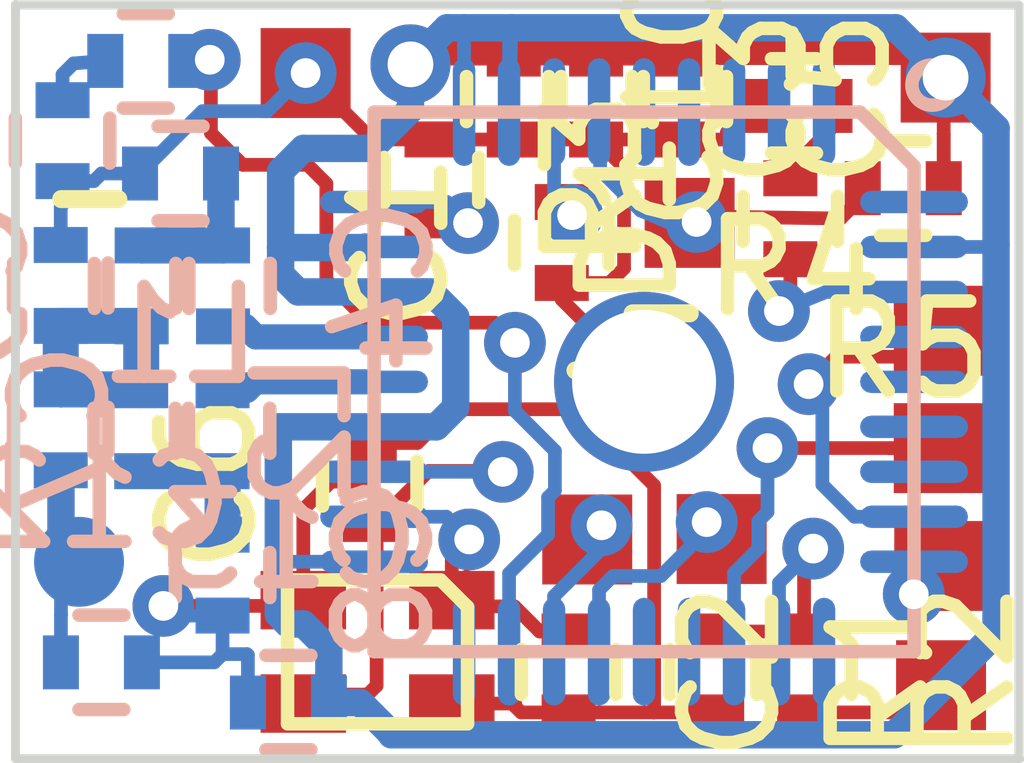
<source format=kicad_pcb>
(kicad_pcb (version 20171130) (host pcbnew "(5.1.12)-1")

  (general
    (thickness 1.6)
    (drawings 10)
    (tracks 388)
    (zones 0)
    (modules 36)
    (nets 38)
  )

  (page User 101.6 101.6)
  (layers
    (0 F.Cu signal)
    (31 B.Cu signal)
    (32 B.Adhes user hide)
    (33 F.Adhes user hide)
    (34 B.Paste user hide)
    (35 F.Paste user hide)
    (36 B.SilkS user hide)
    (37 F.SilkS user hide)
    (38 B.Mask user hide)
    (39 F.Mask user hide)
    (40 Dwgs.User user hide)
    (41 Cmts.User user hide)
    (42 Eco1.User user hide)
    (43 Eco2.User user hide)
    (44 Edge.Cuts user)
  )

  (setup
    (last_trace_width 0.1524)
    (user_trace_width 0.28)
    (user_trace_width 0.3048)
    (user_trace_width 0.4)
    (trace_clearance 0.1524)
    (zone_clearance 0.1524)
    (zone_45_only no)
    (trace_min 0.1524)
    (via_size 0.6858)
    (via_drill 0.3302)
    (via_min_size 0.6858)
    (via_min_drill 0.3302)
    (user_via 0.889 0.508)
    (uvia_size 0.508)
    (uvia_drill 0.127)
    (uvias_allowed no)
    (uvia_min_size 0.508)
    (uvia_min_drill 0.127)
    (edge_width 0.1)
    (segment_width 0.2)
    (pcb_text_width 0.3)
    (pcb_text_size 1.5 1.5)
    (mod_edge_width 0.15)
    (mod_text_size 1 1)
    (mod_text_width 0.15)
    (pad_size 0.95 0.65)
    (pad_drill 0)
    (pad_to_mask_clearance 0)
    (pad_to_paste_clearance -0.762)
    (aux_axis_origin 0 0)
    (visible_elements 7FFFFFFF)
    (pcbplotparams
      (layerselection 0x010fc_ffffffff)
      (usegerberextensions true)
      (usegerberattributes true)
      (usegerberadvancedattributes true)
      (creategerberjobfile true)
      (excludeedgelayer true)
      (linewidth 0.150000)
      (plotframeref false)
      (viasonmask false)
      (mode 1)
      (useauxorigin false)
      (hpglpennumber 1)
      (hpglpenspeed 20)
      (hpglpendiameter 15.000000)
      (psnegative false)
      (psa4output false)
      (plotreference false)
      (plotvalue false)
      (plotinvisibletext false)
      (padsonsilk false)
      (subtractmaskfromsilk true)
      (outputformat 1)
      (mirror false)
      (drillshape 0)
      (scaleselection 1)
      (outputdirectory "gerber"))
  )

  (net 0 "")
  (net 1 /ADC0)
  (net 2 /ADC1)
  (net 3 /ANT_N)
  (net 4 /ANT_P)
  (net 5 /DEBUG)
  (net 6 /ISP_CLOCK)
  (net 7 /ISP_DATA)
  (net 8 /SBUS_PPM)
  (net 9 /~RESET)
  (net 10 GND)
  (net 11 VCC)
  (net 12 "Net-(ANT1-Pad1)")
  (net 13 "Net-(C1-Pad2)")
  (net 14 "Net-(C2-Pad1)")
  (net 15 "Net-(C4-Pad2)")
  (net 16 "Net-(C6-Pad1)")
  (net 17 "Net-(C7-Pad2)")
  (net 18 "Net-(C11-Pad2)")
  (net 19 "Net-(D1-Pad2)")
  (net 20 "Net-(D1-Pad1)")
  (net 21 "Net-(D2-Pad2)")
  (net 22 "Net-(D2-Pad1)")
  (net 23 "Net-(R1-Pad1)")
  (net 24 "Net-(R3-Pad2)")
  (net 25 "Net-(U1-Pad32)")
  (net 26 "Net-(U1-Pad33)")
  (net 27 "Net-(U1-Pad34)")
  (net 28 "Net-(U1-Pad35)")
  (net 29 "Net-(U1-Pad36)")
  (net 30 "Net-(U1-Pad1)")
  (net 31 "Net-(U1-Pad4)")
  (net 32 "Net-(U1-Pad5)")
  (net 33 "Net-(U1-Pad6)")
  (net 34 "Net-(U1-Pad7)")
  (net 35 "Net-(U1-Pad13)")
  (net 36 "Net-(U1-Pad14)")
  (net 37 "Net-(U1-Pad18)")

  (net_class Default "This is the default net class."
    (clearance 0.1524)
    (trace_width 0.1524)
    (via_dia 0.6858)
    (via_drill 0.3302)
    (uvia_dia 0.508)
    (uvia_drill 0.127)
    (add_net /ADC0)
    (add_net /ADC1)
    (add_net /ANT_N)
    (add_net /ANT_P)
    (add_net /DEBUG)
    (add_net /ISP_CLOCK)
    (add_net /ISP_DATA)
    (add_net /SBUS_PPM)
    (add_net /~RESET)
    (add_net GND)
    (add_net "Net-(ANT1-Pad1)")
    (add_net "Net-(C1-Pad2)")
    (add_net "Net-(C11-Pad2)")
    (add_net "Net-(C2-Pad1)")
    (add_net "Net-(C4-Pad2)")
    (add_net "Net-(C6-Pad1)")
    (add_net "Net-(C7-Pad2)")
    (add_net "Net-(D1-Pad1)")
    (add_net "Net-(D1-Pad2)")
    (add_net "Net-(D2-Pad1)")
    (add_net "Net-(D2-Pad2)")
    (add_net "Net-(R1-Pad1)")
    (add_net "Net-(R3-Pad2)")
    (add_net "Net-(U1-Pad1)")
    (add_net "Net-(U1-Pad13)")
    (add_net "Net-(U1-Pad14)")
    (add_net "Net-(U1-Pad18)")
    (add_net "Net-(U1-Pad32)")
    (add_net "Net-(U1-Pad33)")
    (add_net "Net-(U1-Pad34)")
    (add_net "Net-(U1-Pad35)")
    (add_net "Net-(U1-Pad36)")
    (add_net "Net-(U1-Pad4)")
    (add_net "Net-(U1-Pad5)")
    (add_net "Net-(U1-Pad6)")
    (add_net "Net-(U1-Pad7)")
    (add_net VCC)
  )

  (module custom:TP_1x1 (layer F.Cu) (tedit 58BB2ACD) (tstamp 581F8D78)
    (at 26.8732 18.034)
    (path /5658A7CA)
    (fp_text reference 3V3 (at -0.1 -3.2) (layer F.SilkS) hide
      (effects (font (size 1 1) (thickness 0.15)))
    )
    (fp_text value TP (at 0.1 -5) (layer F.SilkS) hide
      (effects (font (size 1 1) (thickness 0.15)))
    )
    (pad 1 smd rect (at 0.1 0.3) (size 1 1) (layers F.Cu F.Mask)
      (net 11 VCC))
  )

  (module custom:TP_1x1 (layer F.Cu) (tedit 58BB2ACD) (tstamp 581F8D7C)
    (at 26.797 22.1539)
    (path /56589F80)
    (fp_text reference ADC0 (at -0.1 -3.2) (layer F.SilkS) hide
      (effects (font (size 1 1) (thickness 0.15)))
    )
    (fp_text value TP (at 0.1 -5) (layer F.SilkS) hide
      (effects (font (size 1 1) (thickness 0.15)))
    )
    (pad 1 smd rect (at 0.1 0.3) (size 1 1) (layers F.Cu F.Mask)
      (net 1 /ADC0))
  )

  (module custom:TP_1x1 (layer F.Cu) (tedit 58BB2ACD) (tstamp 581F8D80)
    (at 26.8224 24.7904)
    (path /56589F7A)
    (fp_text reference ADC1 (at -0.1 -3.2) (layer F.SilkS) hide
      (effects (font (size 1 1) (thickness 0.15)))
    )
    (fp_text value TP (at 0.1 -5) (layer F.SilkS) hide
      (effects (font (size 1 1) (thickness 0.15)))
    )
    (pad 1 smd rect (at 0.1 0.3) (size 1 1) (layers F.Cu F.Mask)
      (net 2 /ADC1))
  )

  (module custom:smd_1x1_round (layer B.Cu) (tedit 58BB2ACD) (tstamp 581F8D84)
    (at 17.3431 23.7185)
    (path /57C54D41)
    (fp_text reference ANT1 (at 0 0) (layer B.SilkS) hide
      (effects (font (size 1 1) (thickness 0.15)) (justify mirror))
    )
    (fp_text value TP (at 0 0 270) (layer B.SilkS) hide
      (effects (font (size 1 1) (thickness 0.15)) (justify mirror))
    )
    (pad 1 smd oval (at 0 0) (size 1 1) (layers B.Cu B.Paste B.Mask)
      (net 12 "Net-(ANT1-Pad1)"))
  )

  (module Resistors_SMD:R_0402 (layer F.Cu) (tedit 58BB2ACD) (tstamp 581F8D88)
    (at 22.7076 20.1676 90)
    (descr "Resistor SMD 0402, reflow soldering, Vishay (see dcrcw.pdf)")
    (tags "resistor 0402")
    (path /56574FE5)
    (attr smd)
    (fp_text reference C1 (at 0 -1.8 90) (layer F.SilkS)
      (effects (font (size 1 1) (thickness 0.15)))
    )
    (fp_text value 1u (at 0 1.8 90) (layer F.Fab)
      (effects (font (size 1 1) (thickness 0.15)))
    )
    (fp_line (start -0.25 0.525) (end 0.25 0.525) (layer F.SilkS) (width 0.15))
    (fp_line (start 0.25 -0.525) (end -0.25 -0.525) (layer F.SilkS) (width 0.15))
    (fp_line (start 0.95 -0.65) (end 0.95 0.65) (layer F.CrtYd) (width 0.05))
    (fp_line (start -0.95 -0.65) (end -0.95 0.65) (layer F.CrtYd) (width 0.05))
    (fp_line (start -0.95 0.65) (end 0.95 0.65) (layer F.CrtYd) (width 0.05))
    (fp_line (start -0.95 -0.65) (end 0.95 -0.65) (layer F.CrtYd) (width 0.05))
    (pad 1 smd rect (at -0.45 0 90) (size 0.4 0.6) (layers F.Cu F.Paste F.Mask)
      (net 10 GND))
    (pad 2 smd rect (at 0.45 0 90) (size 0.4 0.6) (layers F.Cu F.Paste F.Mask)
      (net 13 "Net-(C1-Pad2)"))
    (model Resistors_SMD.3dshapes/R_0402.wrl
      (at (xyz 0 0 0))
      (scale (xyz 1 1 1))
      (rotate (xyz 0 0 0))
    )
  )

  (module Resistors_SMD:R_0402 (layer F.Cu) (tedit 58BB2ACD) (tstamp 581F8D8D)
    (at 22.7838 24.9428 270)
    (descr "Resistor SMD 0402, reflow soldering, Vishay (see dcrcw.pdf)")
    (tags "resistor 0402")
    (path /5658A4C8)
    (attr smd)
    (fp_text reference C2 (at 0 -1.8 270) (layer F.SilkS)
      (effects (font (size 1 1) (thickness 0.15)))
    )
    (fp_text value 12p (at 0 1.8 270) (layer F.Fab)
      (effects (font (size 1 1) (thickness 0.15)))
    )
    (fp_line (start -0.25 0.525) (end 0.25 0.525) (layer F.SilkS) (width 0.15))
    (fp_line (start 0.25 -0.525) (end -0.25 -0.525) (layer F.SilkS) (width 0.15))
    (fp_line (start 0.95 -0.65) (end 0.95 0.65) (layer F.CrtYd) (width 0.05))
    (fp_line (start -0.95 -0.65) (end -0.95 0.65) (layer F.CrtYd) (width 0.05))
    (fp_line (start -0.95 0.65) (end 0.95 0.65) (layer F.CrtYd) (width 0.05))
    (fp_line (start -0.95 -0.65) (end 0.95 -0.65) (layer F.CrtYd) (width 0.05))
    (pad 1 smd rect (at -0.45 0 270) (size 0.4 0.6) (layers F.Cu F.Paste F.Mask)
      (net 14 "Net-(C2-Pad1)"))
    (pad 2 smd rect (at 0.45 0 270) (size 0.4 0.6) (layers F.Cu F.Paste F.Mask)
      (net 10 GND))
    (model Resistors_SMD.3dshapes/R_0402.wrl
      (at (xyz 0 0 0))
      (scale (xyz 1 1 1))
      (rotate (xyz 0 0 0))
    )
  )

  (module Resistors_SMD:R_0402 (layer F.Cu) (tedit 58BB2ACD) (tstamp 581F8D92)
    (at 23.0886 18.5725 270)
    (descr "Resistor SMD 0402, reflow soldering, Vishay (see dcrcw.pdf)")
    (tags "resistor 0402")
    (path /56575052)
    (attr smd)
    (fp_text reference C3 (at 0 -1.8 270) (layer F.SilkS)
      (effects (font (size 1 1) (thickness 0.15)))
    )
    (fp_text value 100n (at 0 1.8 270) (layer F.Fab)
      (effects (font (size 1 1) (thickness 0.15)))
    )
    (fp_line (start -0.25 0.525) (end 0.25 0.525) (layer F.SilkS) (width 0.15))
    (fp_line (start 0.25 -0.525) (end -0.25 -0.525) (layer F.SilkS) (width 0.15))
    (fp_line (start 0.95 -0.65) (end 0.95 0.65) (layer F.CrtYd) (width 0.05))
    (fp_line (start -0.95 -0.65) (end -0.95 0.65) (layer F.CrtYd) (width 0.05))
    (fp_line (start -0.95 0.65) (end 0.95 0.65) (layer F.CrtYd) (width 0.05))
    (fp_line (start -0.95 -0.65) (end 0.95 -0.65) (layer F.CrtYd) (width 0.05))
    (pad 1 smd rect (at -0.45 0 270) (size 0.4 0.6) (layers F.Cu F.Paste F.Mask)
      (net 11 VCC))
    (pad 2 smd rect (at 0.45 0 270) (size 0.4 0.6) (layers F.Cu F.Paste F.Mask)
      (net 10 GND))
    (model Resistors_SMD.3dshapes/R_0402.wrl
      (at (xyz 0 0 0))
      (scale (xyz 1 1 1))
      (rotate (xyz 0 0 0))
    )
  )

  (module Resistors_SMD:R_0402 (layer B.Cu) (tedit 58BB2ACD) (tstamp 581F8D97)
    (at 18.9433 20.6502 90)
    (descr "Resistor SMD 0402, reflow soldering, Vishay (see dcrcw.pdf)")
    (tags "resistor 0402")
    (path /57C54020)
    (attr smd)
    (fp_text reference C4 (at 0 1.8 90) (layer B.SilkS)
      (effects (font (size 1 1) (thickness 0.15)) (justify mirror))
    )
    (fp_text value 100p (at 0 -1.8 90) (layer B.Fab)
      (effects (font (size 1 1) (thickness 0.15)) (justify mirror))
    )
    (fp_line (start -0.25 -0.525) (end 0.25 -0.525) (layer B.SilkS) (width 0.15))
    (fp_line (start 0.25 0.525) (end -0.25 0.525) (layer B.SilkS) (width 0.15))
    (fp_line (start 0.95 0.65) (end 0.95 -0.65) (layer B.CrtYd) (width 0.05))
    (fp_line (start -0.95 0.65) (end -0.95 -0.65) (layer B.CrtYd) (width 0.05))
    (fp_line (start -0.95 -0.65) (end 0.95 -0.65) (layer B.CrtYd) (width 0.05))
    (fp_line (start -0.95 0.65) (end 0.95 0.65) (layer B.CrtYd) (width 0.05))
    (pad 1 smd rect (at -0.45 0 90) (size 0.4 0.6) (layers B.Cu B.Paste B.Mask)
      (net 3 /ANT_N))
    (pad 2 smd rect (at 0.45 0 90) (size 0.4 0.6) (layers B.Cu B.Paste B.Mask)
      (net 15 "Net-(C4-Pad2)"))
    (model Resistors_SMD.3dshapes/R_0402.wrl
      (at (xyz 0 0 0))
      (scale (xyz 1 1 1))
      (rotate (xyz 0 0 0))
    )
  )

  (module Resistors_SMD:R_0402 (layer F.Cu) (tedit 58BB2ACD) (tstamp 581F8D9C)
    (at 24.0132 18.5725 270)
    (descr "Resistor SMD 0402, reflow soldering, Vishay (see dcrcw.pdf)")
    (tags "resistor 0402")
    (path /5657501E)
    (attr smd)
    (fp_text reference C5 (at 0 -1.8 270) (layer F.SilkS)
      (effects (font (size 1 1) (thickness 0.15)))
    )
    (fp_text value 220p (at 0 1.8 270) (layer F.Fab)
      (effects (font (size 1 1) (thickness 0.15)))
    )
    (fp_line (start -0.95 -0.65) (end 0.95 -0.65) (layer F.CrtYd) (width 0.05))
    (fp_line (start -0.95 0.65) (end 0.95 0.65) (layer F.CrtYd) (width 0.05))
    (fp_line (start -0.95 -0.65) (end -0.95 0.65) (layer F.CrtYd) (width 0.05))
    (fp_line (start 0.95 -0.65) (end 0.95 0.65) (layer F.CrtYd) (width 0.05))
    (fp_line (start 0.25 -0.525) (end -0.25 -0.525) (layer F.SilkS) (width 0.15))
    (fp_line (start -0.25 0.525) (end 0.25 0.525) (layer F.SilkS) (width 0.15))
    (pad 2 smd rect (at 0.45 0 270) (size 0.4 0.6) (layers F.Cu F.Paste F.Mask)
      (net 10 GND))
    (pad 1 smd rect (at -0.45 0 270) (size 0.4 0.6) (layers F.Cu F.Paste F.Mask)
      (net 11 VCC))
    (model Resistors_SMD.3dshapes/R_0402.wrl
      (at (xyz 0 0 0))
      (scale (xyz 1 1 1))
      (rotate (xyz 0 0 0))
    )
  )

  (module Resistors_SMD:R_0402 (layer F.Cu) (tedit 58BB2ACD) (tstamp 581F8DA1)
    (at 20.574 22.8473 90)
    (descr "Resistor SMD 0402, reflow soldering, Vishay (see dcrcw.pdf)")
    (tags "resistor 0402")
    (path /5658A4C2)
    (attr smd)
    (fp_text reference C6 (at 0 -1.8 90) (layer F.SilkS)
      (effects (font (size 1 1) (thickness 0.15)))
    )
    (fp_text value 12p (at 0 1.8 90) (layer F.Fab)
      (effects (font (size 1 1) (thickness 0.15)))
    )
    (fp_line (start -0.95 -0.65) (end 0.95 -0.65) (layer F.CrtYd) (width 0.05))
    (fp_line (start -0.95 0.65) (end 0.95 0.65) (layer F.CrtYd) (width 0.05))
    (fp_line (start -0.95 -0.65) (end -0.95 0.65) (layer F.CrtYd) (width 0.05))
    (fp_line (start 0.95 -0.65) (end 0.95 0.65) (layer F.CrtYd) (width 0.05))
    (fp_line (start 0.25 -0.525) (end -0.25 -0.525) (layer F.SilkS) (width 0.15))
    (fp_line (start -0.25 0.525) (end 0.25 0.525) (layer F.SilkS) (width 0.15))
    (pad 2 smd rect (at 0.45 0 90) (size 0.4 0.6) (layers F.Cu F.Paste F.Mask)
      (net 10 GND))
    (pad 1 smd rect (at -0.45 0 90) (size 0.4 0.6) (layers F.Cu F.Paste F.Mask)
      (net 16 "Net-(C6-Pad1)"))
    (model Resistors_SMD.3dshapes/R_0402.wrl
      (at (xyz 0 0 0))
      (scale (xyz 1 1 1))
      (rotate (xyz 0 0 0))
    )
  )

  (module Resistors_SMD:R_0402 (layer B.Cu) (tedit 58BB2ACD) (tstamp 581F8DA6)
    (at 18.9382 22.2606 270)
    (descr "Resistor SMD 0402, reflow soldering, Vishay (see dcrcw.pdf)")
    (tags "resistor 0402")
    (path /57C54026)
    (attr smd)
    (fp_text reference C7 (at 0 1.8 270) (layer B.SilkS)
      (effects (font (size 1 1) (thickness 0.15)) (justify mirror))
    )
    (fp_text value 100p (at 0 -1.8 270) (layer B.Fab)
      (effects (font (size 1 1) (thickness 0.15)) (justify mirror))
    )
    (fp_line (start -0.95 0.65) (end 0.95 0.65) (layer B.CrtYd) (width 0.05))
    (fp_line (start -0.95 -0.65) (end 0.95 -0.65) (layer B.CrtYd) (width 0.05))
    (fp_line (start -0.95 0.65) (end -0.95 -0.65) (layer B.CrtYd) (width 0.05))
    (fp_line (start 0.95 0.65) (end 0.95 -0.65) (layer B.CrtYd) (width 0.05))
    (fp_line (start 0.25 0.525) (end -0.25 0.525) (layer B.SilkS) (width 0.15))
    (fp_line (start -0.25 -0.525) (end 0.25 -0.525) (layer B.SilkS) (width 0.15))
    (pad 2 smd rect (at 0.45 0 270) (size 0.4 0.6) (layers B.Cu B.Paste B.Mask)
      (net 17 "Net-(C7-Pad2)"))
    (pad 1 smd rect (at -0.45 0 270) (size 0.4 0.6) (layers B.Cu B.Paste B.Mask)
      (net 4 /ANT_P))
    (model Resistors_SMD.3dshapes/R_0402.wrl
      (at (xyz 0 0 0))
      (scale (xyz 1 1 1))
      (rotate (xyz 0 0 0))
    )
  )

  (module Resistors_SMD:R_0402 (layer B.Cu) (tedit 58BB2ACD) (tstamp 581F8DAB)
    (at 18.9382 23.8658 90)
    (descr "Resistor SMD 0402, reflow soldering, Vishay (see dcrcw.pdf)")
    (tags "resistor 0402")
    (path /57C5404C)
    (attr smd)
    (fp_text reference C8 (at 0 1.8 90) (layer B.SilkS)
      (effects (font (size 1 1) (thickness 0.15)) (justify mirror))
    )
    (fp_text value 1p (at 0 -1.8 90) (layer B.Fab)
      (effects (font (size 1 1) (thickness 0.15)) (justify mirror))
    )
    (fp_line (start -0.25 -0.525) (end 0.25 -0.525) (layer B.SilkS) (width 0.15))
    (fp_line (start 0.25 0.525) (end -0.25 0.525) (layer B.SilkS) (width 0.15))
    (fp_line (start 0.95 0.65) (end 0.95 -0.65) (layer B.CrtYd) (width 0.05))
    (fp_line (start -0.95 0.65) (end -0.95 -0.65) (layer B.CrtYd) (width 0.05))
    (fp_line (start -0.95 -0.65) (end 0.95 -0.65) (layer B.CrtYd) (width 0.05))
    (fp_line (start -0.95 0.65) (end 0.95 0.65) (layer B.CrtYd) (width 0.05))
    (pad 1 smd rect (at -0.45 0 90) (size 0.4 0.6) (layers B.Cu B.Paste B.Mask)
      (net 10 GND))
    (pad 2 smd rect (at 0.45 0 90) (size 0.4 0.6) (layers B.Cu B.Paste B.Mask)
      (net 17 "Net-(C7-Pad2)"))
    (model Resistors_SMD.3dshapes/R_0402.wrl
      (at (xyz 0 0 0))
      (scale (xyz 1 1 1))
      (rotate (xyz 0 0 0))
    )
  )

  (module Resistors_SMD:R_0402 (layer B.Cu) (tedit 58BB2ACD) (tstamp 581F8DB0)
    (at 18.0391 20.6502 270)
    (descr "Resistor SMD 0402, reflow soldering, Vishay (see dcrcw.pdf)")
    (tags "resistor 0402")
    (path /57C5432E)
    (attr smd)
    (fp_text reference C9 (at 0 1.8 270) (layer B.SilkS)
      (effects (font (size 1 1) (thickness 0.15)) (justify mirror))
    )
    (fp_text value 1p (at 0 -1.8 270) (layer B.Fab)
      (effects (font (size 1 1) (thickness 0.15)) (justify mirror))
    )
    (fp_line (start -0.95 0.65) (end 0.95 0.65) (layer B.CrtYd) (width 0.05))
    (fp_line (start -0.95 -0.65) (end 0.95 -0.65) (layer B.CrtYd) (width 0.05))
    (fp_line (start -0.95 0.65) (end -0.95 -0.65) (layer B.CrtYd) (width 0.05))
    (fp_line (start 0.95 0.65) (end 0.95 -0.65) (layer B.CrtYd) (width 0.05))
    (fp_line (start 0.25 0.525) (end -0.25 0.525) (layer B.SilkS) (width 0.15))
    (fp_line (start -0.25 -0.525) (end 0.25 -0.525) (layer B.SilkS) (width 0.15))
    (pad 2 smd rect (at 0.45 0 270) (size 0.4 0.6) (layers B.Cu B.Paste B.Mask)
      (net 18 "Net-(C11-Pad2)"))
    (pad 1 smd rect (at -0.45 0 270) (size 0.4 0.6) (layers B.Cu B.Paste B.Mask)
      (net 15 "Net-(C4-Pad2)"))
    (model Resistors_SMD.3dshapes/R_0402.wrl
      (at (xyz 0 0 0))
      (scale (xyz 1 1 1))
      (rotate (xyz 0 0 0))
    )
  )

  (module Resistors_SMD:R_0402 (layer F.Cu) (tedit 58BB2ACD) (tstamp 581F8DB5)
    (at 22.1742 18.5725 270)
    (descr "Resistor SMD 0402, reflow soldering, Vishay (see dcrcw.pdf)")
    (tags "resistor 0402")
    (path /5657553A)
    (attr smd)
    (fp_text reference C10 (at 0 -1.8 270) (layer F.SilkS)
      (effects (font (size 1 1) (thickness 0.15)))
    )
    (fp_text value 1u (at 0 1.8 270) (layer F.Fab)
      (effects (font (size 1 1) (thickness 0.15)))
    )
    (fp_line (start -0.95 -0.65) (end 0.95 -0.65) (layer F.CrtYd) (width 0.05))
    (fp_line (start -0.95 0.65) (end 0.95 0.65) (layer F.CrtYd) (width 0.05))
    (fp_line (start -0.95 -0.65) (end -0.95 0.65) (layer F.CrtYd) (width 0.05))
    (fp_line (start 0.95 -0.65) (end 0.95 0.65) (layer F.CrtYd) (width 0.05))
    (fp_line (start 0.25 -0.525) (end -0.25 -0.525) (layer F.SilkS) (width 0.15))
    (fp_line (start -0.25 0.525) (end 0.25 0.525) (layer F.SilkS) (width 0.15))
    (pad 2 smd rect (at 0.45 0 270) (size 0.4 0.6) (layers F.Cu F.Paste F.Mask)
      (net 10 GND))
    (pad 1 smd rect (at -0.45 0 270) (size 0.4 0.6) (layers F.Cu F.Paste F.Mask)
      (net 11 VCC))
    (model Resistors_SMD.3dshapes/R_0402.wrl
      (at (xyz 0 0 0))
      (scale (xyz 1 1 1))
      (rotate (xyz 0 0 0))
    )
  )

  (module Resistors_SMD:R_0402 (layer B.Cu) (tedit 58BB2ACD) (tstamp 581F8DBA)
    (at 17.1399 20.6451 270)
    (descr "Resistor SMD 0402, reflow soldering, Vishay (see dcrcw.pdf)")
    (tags "resistor 0402")
    (path /57C549E1)
    (attr smd)
    (fp_text reference C11 (at 0 1.8 270) (layer B.SilkS)
      (effects (font (size 1 1) (thickness 0.15)) (justify mirror))
    )
    (fp_text value 1p8 (at 0 -1.8 270) (layer B.Fab)
      (effects (font (size 1 1) (thickness 0.15)) (justify mirror))
    )
    (fp_line (start -0.95 0.65) (end 0.95 0.65) (layer B.CrtYd) (width 0.05))
    (fp_line (start -0.95 -0.65) (end 0.95 -0.65) (layer B.CrtYd) (width 0.05))
    (fp_line (start -0.95 0.65) (end -0.95 -0.65) (layer B.CrtYd) (width 0.05))
    (fp_line (start 0.95 0.65) (end 0.95 -0.65) (layer B.CrtYd) (width 0.05))
    (fp_line (start 0.25 0.525) (end -0.25 0.525) (layer B.SilkS) (width 0.15))
    (fp_line (start -0.25 -0.525) (end 0.25 -0.525) (layer B.SilkS) (width 0.15))
    (pad 2 smd rect (at 0.45 0 270) (size 0.4 0.6) (layers B.Cu B.Paste B.Mask)
      (net 18 "Net-(C11-Pad2)"))
    (pad 1 smd rect (at -0.45 0 270) (size 0.4 0.6) (layers B.Cu B.Paste B.Mask)
      (net 10 GND))
    (model Resistors_SMD.3dshapes/R_0402.wrl
      (at (xyz 0 0 0))
      (scale (xyz 1 1 1))
      (rotate (xyz 0 0 0))
    )
  )

  (module Resistors_SMD:R_0402 (layer B.Cu) (tedit 58BB2ACD) (tstamp 581F8DBF)
    (at 17.592 24.8361 180)
    (descr "Resistor SMD 0402, reflow soldering, Vishay (see dcrcw.pdf)")
    (tags "resistor 0402")
    (path /57C549E7)
    (attr smd)
    (fp_text reference C12 (at 0 1.8 180) (layer B.SilkS)
      (effects (font (size 1 1) (thickness 0.15)) (justify mirror))
    )
    (fp_text value 1p5 (at 0 -1.8 180) (layer B.Fab)
      (effects (font (size 1 1) (thickness 0.15)) (justify mirror))
    )
    (fp_line (start -0.25 -0.525) (end 0.25 -0.525) (layer B.SilkS) (width 0.15))
    (fp_line (start 0.25 0.525) (end -0.25 0.525) (layer B.SilkS) (width 0.15))
    (fp_line (start 0.95 0.65) (end 0.95 -0.65) (layer B.CrtYd) (width 0.05))
    (fp_line (start -0.95 0.65) (end -0.95 -0.65) (layer B.CrtYd) (width 0.05))
    (fp_line (start -0.95 -0.65) (end 0.95 -0.65) (layer B.CrtYd) (width 0.05))
    (fp_line (start -0.95 0.65) (end 0.95 0.65) (layer B.CrtYd) (width 0.05))
    (pad 1 smd rect (at -0.45 0 180) (size 0.4 0.6) (layers B.Cu B.Paste B.Mask)
      (net 10 GND))
    (pad 2 smd rect (at 0.45 0 180) (size 0.4 0.6) (layers B.Cu B.Paste B.Mask)
      (net 12 "Net-(ANT1-Pad1)"))
    (model Resistors_SMD.3dshapes/R_0402.wrl
      (at (xyz 0 0 0))
      (scale (xyz 1 1 1))
      (rotate (xyz 0 0 0))
    )
  )

  (module Resistors_SMD:R_0402 (layer B.Cu) (tedit 58BB2ACD) (tstamp 581F8DC4)
    (at 19.6698 25.2832 180)
    (descr "Resistor SMD 0402, reflow soldering, Vishay (see dcrcw.pdf)")
    (tags "resistor 0402")
    (path /57C5536B)
    (attr smd)
    (fp_text reference C13 (at 0 1.8 180) (layer B.SilkS)
      (effects (font (size 1 1) (thickness 0.15)) (justify mirror))
    )
    (fp_text value 100n (at 0 -1.8 180) (layer B.Fab)
      (effects (font (size 1 1) (thickness 0.15)) (justify mirror))
    )
    (fp_line (start -0.25 -0.525) (end 0.25 -0.525) (layer B.SilkS) (width 0.15))
    (fp_line (start 0.25 0.525) (end -0.25 0.525) (layer B.SilkS) (width 0.15))
    (fp_line (start 0.95 0.65) (end 0.95 -0.65) (layer B.CrtYd) (width 0.05))
    (fp_line (start -0.95 0.65) (end -0.95 -0.65) (layer B.CrtYd) (width 0.05))
    (fp_line (start -0.95 -0.65) (end 0.95 -0.65) (layer B.CrtYd) (width 0.05))
    (fp_line (start -0.95 0.65) (end 0.95 0.65) (layer B.CrtYd) (width 0.05))
    (pad 1 smd rect (at -0.45 0 180) (size 0.4 0.6) (layers B.Cu B.Paste B.Mask)
      (net 11 VCC))
    (pad 2 smd rect (at 0.45 0 180) (size 0.4 0.6) (layers B.Cu B.Paste B.Mask)
      (net 10 GND))
    (model Resistors_SMD.3dshapes/R_0402.wrl
      (at (xyz 0 0 0))
      (scale (xyz 1 1 1))
      (rotate (xyz 0 0 0))
    )
  )

  (module Resistors_SMD:R_0402 (layer F.Cu) (tedit 58BB2ACD) (tstamp 581F8DC9)
    (at 25.2476 19.9034 90)
    (descr "Resistor SMD 0402, reflow soldering, Vishay (see dcrcw.pdf)")
    (tags "resistor 0402")
    (path /5658B226)
    (attr smd)
    (fp_text reference D1 (at 0 -1.8 90) (layer F.SilkS)
      (effects (font (size 1 1) (thickness 0.15)))
    )
    (fp_text value LED (at 0 1.8 90) (layer F.Fab)
      (effects (font (size 1 1) (thickness 0.15)))
    )
    (fp_line (start -0.95 -0.65) (end 0.95 -0.65) (layer F.CrtYd) (width 0.05))
    (fp_line (start -0.95 0.65) (end 0.95 0.65) (layer F.CrtYd) (width 0.05))
    (fp_line (start -0.95 -0.65) (end -0.95 0.65) (layer F.CrtYd) (width 0.05))
    (fp_line (start 0.95 -0.65) (end 0.95 0.65) (layer F.CrtYd) (width 0.05))
    (fp_line (start 0.25 -0.525) (end -0.25 -0.525) (layer F.SilkS) (width 0.15))
    (fp_line (start -0.25 0.525) (end 0.25 0.525) (layer F.SilkS) (width 0.15))
    (pad 2 smd rect (at 0.45 0 90) (size 0.4 0.6) (layers F.Cu F.Paste F.Mask)
      (net 19 "Net-(D1-Pad2)"))
    (pad 1 smd rect (at -0.45 0 90) (size 0.4 0.6) (layers F.Cu F.Paste F.Mask)
      (net 20 "Net-(D1-Pad1)"))
    (model Resistors_SMD.3dshapes/R_0402.wrl
      (at (xyz 0 0 0))
      (scale (xyz 1 1 1))
      (rotate (xyz 0 0 0))
    )
  )

  (module Resistors_SMD:R_0402 (layer B.Cu) (tedit 58BB2ACD) (tstamp 581F8DCE)
    (at 18.0848 18.1483 180)
    (descr "Resistor SMD 0402, reflow soldering, Vishay (see dcrcw.pdf)")
    (tags "resistor 0402")
    (path /57C55430)
    (attr smd)
    (fp_text reference D2 (at 0 1.8 180) (layer B.SilkS)
      (effects (font (size 1 1) (thickness 0.15)) (justify mirror))
    )
    (fp_text value LED (at 0 -1.8 180) (layer B.Fab)
      (effects (font (size 1 1) (thickness 0.15)) (justify mirror))
    )
    (fp_line (start -0.95 0.65) (end 0.95 0.65) (layer B.CrtYd) (width 0.05))
    (fp_line (start -0.95 -0.65) (end 0.95 -0.65) (layer B.CrtYd) (width 0.05))
    (fp_line (start -0.95 0.65) (end -0.95 -0.65) (layer B.CrtYd) (width 0.05))
    (fp_line (start 0.95 0.65) (end 0.95 -0.65) (layer B.CrtYd) (width 0.05))
    (fp_line (start 0.25 0.525) (end -0.25 0.525) (layer B.SilkS) (width 0.15))
    (fp_line (start -0.25 -0.525) (end 0.25 -0.525) (layer B.SilkS) (width 0.15))
    (pad 2 smd rect (at 0.45 0 180) (size 0.4 0.6) (layers B.Cu B.Paste B.Mask)
      (net 21 "Net-(D2-Pad2)"))
    (pad 1 smd rect (at -0.45 0 180) (size 0.4 0.6) (layers B.Cu B.Paste B.Mask)
      (net 22 "Net-(D2-Pad1)"))
    (model Resistors_SMD.3dshapes/R_0402.wrl
      (at (xyz 0 0 0))
      (scale (xyz 1 1 1))
      (rotate (xyz 0 0 0))
    )
  )

  (module custom:TP_1x1 (layer F.Cu) (tedit 58BB2ACD) (tstamp 581F8DD3)
    (at 26.797 20.8483)
    (path /565B4755)
    (fp_text reference DEBUG1 (at -0.1 -3.2) (layer F.SilkS) hide
      (effects (font (size 1 1) (thickness 0.15)))
    )
    (fp_text value TP (at 0.1 -5) (layer F.SilkS) hide
      (effects (font (size 1 1) (thickness 0.15)))
    )
    (pad 1 smd rect (at 0.1 0.3) (size 1 1) (layers F.Cu F.Mask)
      (net 5 /DEBUG))
  )

  (module custom:TP_1x1 (layer F.Cu) (tedit 58BB2ACD) (tstamp 581F8DD7)
    (at 19.7612 17.9832)
    (path /5658BC13)
    (fp_text reference GND1 (at -0.1 -3.2) (layer F.SilkS) hide
      (effects (font (size 1 1) (thickness 0.15)))
    )
    (fp_text value TP (at 0.1 -5) (layer F.SilkS) hide
      (effects (font (size 1 1) (thickness 0.15)))
    )
    (pad 1 smd rect (at 0.1 0.3) (size 1 1) (layers F.Cu F.Mask)
      (net 10 GND))
  )

  (module custom:TP_1x1 (layer F.Cu) (tedit 58BB2ACD) (tstamp 581F8DDB)
    (at 22.8905 23.1699)
    (path /565B4743)
    (fp_text reference ISP_CLOCK1 (at -0.1 -3.2) (layer F.SilkS) hide
      (effects (font (size 1 1) (thickness 0.15)))
    )
    (fp_text value TP (at 0.1 -5) (layer F.SilkS) hide
      (effects (font (size 1 1) (thickness 0.15)))
    )
    (pad 1 smd rect (at 0.1 0.3) (size 1 1) (layers F.Cu F.Mask)
      (net 6 /ISP_CLOCK))
  )

  (module custom:TP_1x1 (layer F.Cu) (tedit 58BB2ACD) (tstamp 581F8DDF)
    (at 24.384 23.1648)
    (path /565B4749)
    (fp_text reference ISP_DATA1 (at -0.1 -3.2) (layer F.SilkS) hide
      (effects (font (size 1 1) (thickness 0.15)))
    )
    (fp_text value TP (at 0.1 -5) (layer F.SilkS) hide
      (effects (font (size 1 1) (thickness 0.15)))
    )
    (pad 1 smd rect (at 0.1 0.3) (size 1 1) (layers F.Cu F.Mask)
      (net 7 /ISP_DATA))
  )

  (module Resistors_SMD:R_0402 (layer B.Cu) (tedit 58BB2ACD) (tstamp 581F8DE3)
    (at 18.4709 19.4005)
    (descr "Resistor SMD 0402, reflow soldering, Vishay (see dcrcw.pdf)")
    (tags "resistor 0402")
    (path /57C54036)
    (attr smd)
    (fp_text reference L1 (at 0 1.8) (layer B.SilkS)
      (effects (font (size 1 1) (thickness 0.15)) (justify mirror))
    )
    (fp_text value 1.2nH (at 0 -1.8) (layer B.Fab)
      (effects (font (size 1 1) (thickness 0.15)) (justify mirror))
    )
    (fp_line (start -0.25 -0.525) (end 0.25 -0.525) (layer B.SilkS) (width 0.15))
    (fp_line (start 0.25 0.525) (end -0.25 0.525) (layer B.SilkS) (width 0.15))
    (fp_line (start 0.95 0.65) (end 0.95 -0.65) (layer B.CrtYd) (width 0.05))
    (fp_line (start -0.95 0.65) (end -0.95 -0.65) (layer B.CrtYd) (width 0.05))
    (fp_line (start -0.95 -0.65) (end 0.95 -0.65) (layer B.CrtYd) (width 0.05))
    (fp_line (start -0.95 0.65) (end 0.95 0.65) (layer B.CrtYd) (width 0.05))
    (pad 1 smd rect (at -0.45 0) (size 0.4 0.6) (layers B.Cu B.Paste B.Mask)
      (net 10 GND))
    (pad 2 smd rect (at 0.45 0) (size 0.4 0.6) (layers B.Cu B.Paste B.Mask)
      (net 15 "Net-(C4-Pad2)"))
    (model Resistors_SMD.3dshapes/R_0402.wrl
      (at (xyz 0 0 0))
      (scale (xyz 1 1 1))
      (rotate (xyz 0 0 0))
    )
  )

  (module Resistors_SMD:R_0402 (layer B.Cu) (tedit 58BB2ACD) (tstamp 581F8DE8)
    (at 18.034 22.2606 90)
    (descr "Resistor SMD 0402, reflow soldering, Vishay (see dcrcw.pdf)")
    (tags "resistor 0402")
    (path /57C54046)
    (attr smd)
    (fp_text reference L2 (at 0 1.8 90) (layer B.SilkS)
      (effects (font (size 1 1) (thickness 0.15)) (justify mirror))
    )
    (fp_text value 1.2nH (at 0 -1.8 90) (layer B.Fab)
      (effects (font (size 1 1) (thickness 0.15)) (justify mirror))
    )
    (fp_line (start -0.95 0.65) (end 0.95 0.65) (layer B.CrtYd) (width 0.05))
    (fp_line (start -0.95 -0.65) (end 0.95 -0.65) (layer B.CrtYd) (width 0.05))
    (fp_line (start -0.95 0.65) (end -0.95 -0.65) (layer B.CrtYd) (width 0.05))
    (fp_line (start 0.95 0.65) (end 0.95 -0.65) (layer B.CrtYd) (width 0.05))
    (fp_line (start 0.25 0.525) (end -0.25 0.525) (layer B.SilkS) (width 0.15))
    (fp_line (start -0.25 -0.525) (end 0.25 -0.525) (layer B.SilkS) (width 0.15))
    (pad 2 smd rect (at 0.45 0 90) (size 0.4 0.6) (layers B.Cu B.Paste B.Mask)
      (net 18 "Net-(C11-Pad2)"))
    (pad 1 smd rect (at -0.45 0 90) (size 0.4 0.6) (layers B.Cu B.Paste B.Mask)
      (net 17 "Net-(C7-Pad2)"))
    (model Resistors_SMD.3dshapes/R_0402.wrl
      (at (xyz 0 0 0))
      (scale (xyz 1 1 1))
      (rotate (xyz 0 0 0))
    )
  )

  (module Resistors_SMD:R_0402 (layer B.Cu) (tedit 58BB2ACD) (tstamp 581F8DED)
    (at 17.1399 22.2504 270)
    (descr "Resistor SMD 0402, reflow soldering, Vishay (see dcrcw.pdf)")
    (tags "resistor 0402")
    (path /57C549DB)
    (attr smd)
    (fp_text reference L3 (at 0 1.8 270) (layer B.SilkS)
      (effects (font (size 1 1) (thickness 0.15)) (justify mirror))
    )
    (fp_text value 1.2nH (at 0 -1.8 270) (layer B.Fab)
      (effects (font (size 1 1) (thickness 0.15)) (justify mirror))
    )
    (fp_line (start -0.25 -0.525) (end 0.25 -0.525) (layer B.SilkS) (width 0.15))
    (fp_line (start 0.25 0.525) (end -0.25 0.525) (layer B.SilkS) (width 0.15))
    (fp_line (start 0.95 0.65) (end 0.95 -0.65) (layer B.CrtYd) (width 0.05))
    (fp_line (start -0.95 0.65) (end -0.95 -0.65) (layer B.CrtYd) (width 0.05))
    (fp_line (start -0.95 -0.65) (end 0.95 -0.65) (layer B.CrtYd) (width 0.05))
    (fp_line (start -0.95 0.65) (end 0.95 0.65) (layer B.CrtYd) (width 0.05))
    (pad 1 smd rect (at -0.45 0 270) (size 0.4 0.6) (layers B.Cu B.Paste B.Mask)
      (net 18 "Net-(C11-Pad2)"))
    (pad 2 smd rect (at 0.45 0 270) (size 0.4 0.6) (layers B.Cu B.Paste B.Mask)
      (net 12 "Net-(ANT1-Pad1)"))
    (model Resistors_SMD.3dshapes/R_0402.wrl
      (at (xyz 0 0 0))
      (scale (xyz 1 1 1))
      (rotate (xyz 0 0 0))
    )
  )

  (module Resistors_SMD:R_0402 (layer F.Cu) (tedit 58BB2ACD) (tstamp 581F8DF2)
    (at 24.4348 24.9428 270)
    (descr "Resistor SMD 0402, reflow soldering, Vishay (see dcrcw.pdf)")
    (tags "resistor 0402")
    (path /56589FE0)
    (attr smd)
    (fp_text reference R1 (at 0 -1.8 270) (layer F.SilkS)
      (effects (font (size 1 1) (thickness 0.15)))
    )
    (fp_text value 5k6 (at 0 1.8 270) (layer F.Fab)
      (effects (font (size 1 1) (thickness 0.15)))
    )
    (fp_line (start -0.95 -0.65) (end 0.95 -0.65) (layer F.CrtYd) (width 0.05))
    (fp_line (start -0.95 0.65) (end 0.95 0.65) (layer F.CrtYd) (width 0.05))
    (fp_line (start -0.95 -0.65) (end -0.95 0.65) (layer F.CrtYd) (width 0.05))
    (fp_line (start 0.95 -0.65) (end 0.95 0.65) (layer F.CrtYd) (width 0.05))
    (fp_line (start 0.25 -0.525) (end -0.25 -0.525) (layer F.SilkS) (width 0.15))
    (fp_line (start -0.25 0.525) (end 0.25 0.525) (layer F.SilkS) (width 0.15))
    (pad 2 smd rect (at 0.45 0 270) (size 0.4 0.6) (layers F.Cu F.Paste F.Mask)
      (net 10 GND))
    (pad 1 smd rect (at -0.45 0 270) (size 0.4 0.6) (layers F.Cu F.Paste F.Mask)
      (net 23 "Net-(R1-Pad1)"))
    (model Resistors_SMD.3dshapes/R_0402.wrl
      (at (xyz 0 0 0))
      (scale (xyz 1 1 1))
      (rotate (xyz 0 0 0))
    )
  )

  (module Resistors_SMD:R_0402 (layer F.Cu) (tedit 58BB2ACD) (tstamp 581F8DF7)
    (at 25.4 24.9428 270)
    (descr "Resistor SMD 0402, reflow soldering, Vishay (see dcrcw.pdf)")
    (tags "resistor 0402")
    (path /56589FE6)
    (attr smd)
    (fp_text reference R2 (at 0 -1.8 270) (layer F.SilkS)
      (effects (font (size 1 1) (thickness 0.15)))
    )
    (fp_text value 10k (at 0 1.8 270) (layer F.Fab)
      (effects (font (size 1 1) (thickness 0.15)))
    )
    (fp_line (start -0.25 0.525) (end 0.25 0.525) (layer F.SilkS) (width 0.15))
    (fp_line (start 0.25 -0.525) (end -0.25 -0.525) (layer F.SilkS) (width 0.15))
    (fp_line (start 0.95 -0.65) (end 0.95 0.65) (layer F.CrtYd) (width 0.05))
    (fp_line (start -0.95 -0.65) (end -0.95 0.65) (layer F.CrtYd) (width 0.05))
    (fp_line (start -0.95 0.65) (end 0.95 0.65) (layer F.CrtYd) (width 0.05))
    (fp_line (start -0.95 -0.65) (end 0.95 -0.65) (layer F.CrtYd) (width 0.05))
    (pad 1 smd rect (at -0.45 0 270) (size 0.4 0.6) (layers F.Cu F.Paste F.Mask)
      (net 23 "Net-(R1-Pad1)"))
    (pad 2 smd rect (at 0.45 0 270) (size 0.4 0.6) (layers F.Cu F.Paste F.Mask)
      (net 2 /ADC1))
    (model Resistors_SMD.3dshapes/R_0402.wrl
      (at (xyz 0 0 0))
      (scale (xyz 1 1 1))
      (rotate (xyz 0 0 0))
    )
  )

  (module Resistors_SMD:R_0402 (layer F.Cu) (tedit 58BB2ACD) (tstamp 581F8DFC)
    (at 21.2598 19.4716 270)
    (descr "Resistor SMD 0402, reflow soldering, Vishay (see dcrcw.pdf)")
    (tags "resistor 0402")
    (path /56574FC9)
    (attr smd)
    (fp_text reference R3 (at 0 -1.8 270) (layer F.SilkS)
      (effects (font (size 1 1) (thickness 0.15)))
    )
    (fp_text value 56k (at 0 1.8 270) (layer F.Fab)
      (effects (font (size 1 1) (thickness 0.15)))
    )
    (fp_line (start -0.95 -0.65) (end 0.95 -0.65) (layer F.CrtYd) (width 0.05))
    (fp_line (start -0.95 0.65) (end 0.95 0.65) (layer F.CrtYd) (width 0.05))
    (fp_line (start -0.95 -0.65) (end -0.95 0.65) (layer F.CrtYd) (width 0.05))
    (fp_line (start 0.95 -0.65) (end 0.95 0.65) (layer F.CrtYd) (width 0.05))
    (fp_line (start 0.25 -0.525) (end -0.25 -0.525) (layer F.SilkS) (width 0.15))
    (fp_line (start -0.25 0.525) (end 0.25 0.525) (layer F.SilkS) (width 0.15))
    (pad 2 smd rect (at 0.45 0 270) (size 0.4 0.6) (layers F.Cu F.Paste F.Mask)
      (net 24 "Net-(R3-Pad2)"))
    (pad 1 smd rect (at -0.45 0 270) (size 0.4 0.6) (layers F.Cu F.Paste F.Mask)
      (net 10 GND))
    (model Resistors_SMD.3dshapes/R_0402.wrl
      (at (xyz 0 0 0))
      (scale (xyz 1 1 1))
      (rotate (xyz 0 0 0))
    )
  )

  (module Resistors_SMD:R_0402 (layer F.Cu) (tedit 58BB2ACD) (tstamp 581F8E01)
    (at 25.2882 18.6487 180)
    (descr "Resistor SMD 0402, reflow soldering, Vishay (see dcrcw.pdf)")
    (tags "resistor 0402")
    (path /5658B239)
    (attr smd)
    (fp_text reference R4 (at 0 -1.8 180) (layer F.SilkS)
      (effects (font (size 1 1) (thickness 0.15)))
    )
    (fp_text value 1k (at 0 1.8 180) (layer F.Fab)
      (effects (font (size 1 1) (thickness 0.15)))
    )
    (fp_line (start -0.25 0.525) (end 0.25 0.525) (layer F.SilkS) (width 0.15))
    (fp_line (start 0.25 -0.525) (end -0.25 -0.525) (layer F.SilkS) (width 0.15))
    (fp_line (start 0.95 -0.65) (end 0.95 0.65) (layer F.CrtYd) (width 0.05))
    (fp_line (start -0.95 -0.65) (end -0.95 0.65) (layer F.CrtYd) (width 0.05))
    (fp_line (start -0.95 0.65) (end 0.95 0.65) (layer F.CrtYd) (width 0.05))
    (fp_line (start -0.95 -0.65) (end 0.95 -0.65) (layer F.CrtYd) (width 0.05))
    (pad 1 smd rect (at -0.45 0 180) (size 0.4 0.6) (layers F.Cu F.Paste F.Mask)
      (net 19 "Net-(D1-Pad2)"))
    (pad 2 smd rect (at 0.45 0 180) (size 0.4 0.6) (layers F.Cu F.Paste F.Mask)
      (net 10 GND))
    (model Resistors_SMD.3dshapes/R_0402.wrl
      (at (xyz 0 0 0))
      (scale (xyz 1 1 1))
      (rotate (xyz 0 0 0))
    )
  )

  (module Resistors_SMD:R_0402 (layer F.Cu) (tedit 58BB2ACD) (tstamp 581F8E06)
    (at 26.5024 19.5631 180)
    (descr "Resistor SMD 0402, reflow soldering, Vishay (see dcrcw.pdf)")
    (tags "resistor 0402")
    (path /57C53EC8)
    (attr smd)
    (fp_text reference R5 (at 0 -1.8 180) (layer F.SilkS)
      (effects (font (size 1 1) (thickness 0.15)))
    )
    (fp_text value 10k (at 0 1.8 180) (layer F.Fab)
      (effects (font (size 1 1) (thickness 0.15)))
    )
    (fp_line (start -0.95 -0.65) (end 0.95 -0.65) (layer F.CrtYd) (width 0.05))
    (fp_line (start -0.95 0.65) (end 0.95 0.65) (layer F.CrtYd) (width 0.05))
    (fp_line (start -0.95 -0.65) (end -0.95 0.65) (layer F.CrtYd) (width 0.05))
    (fp_line (start 0.95 -0.65) (end 0.95 0.65) (layer F.CrtYd) (width 0.05))
    (fp_line (start 0.25 -0.525) (end -0.25 -0.525) (layer F.SilkS) (width 0.15))
    (fp_line (start -0.25 0.525) (end 0.25 0.525) (layer F.SilkS) (width 0.15))
    (pad 2 smd rect (at 0.45 0 180) (size 0.4 0.6) (layers F.Cu F.Paste F.Mask)
      (net 9 /~RESET))
    (pad 1 smd rect (at -0.45 0 180) (size 0.4 0.6) (layers F.Cu F.Paste F.Mask)
      (net 11 VCC))
    (model Resistors_SMD.3dshapes/R_0402.wrl
      (at (xyz 0 0 0))
      (scale (xyz 1 1 1))
      (rotate (xyz 0 0 0))
    )
  )

  (module Resistors_SMD:R_0402 (layer B.Cu) (tedit 58BB2ACD) (tstamp 581F8E0B)
    (at 17.1602 19.0348 270)
    (descr "Resistor SMD 0402, reflow soldering, Vishay (see dcrcw.pdf)")
    (tags "resistor 0402")
    (path /57C55436)
    (attr smd)
    (fp_text reference R6 (at 0 1.8 270) (layer B.SilkS)
      (effects (font (size 1 1) (thickness 0.15)) (justify mirror))
    )
    (fp_text value 1k (at 0 -1.8 270) (layer B.Fab)
      (effects (font (size 1 1) (thickness 0.15)) (justify mirror))
    )
    (fp_line (start -0.25 -0.525) (end 0.25 -0.525) (layer B.SilkS) (width 0.15))
    (fp_line (start 0.25 0.525) (end -0.25 0.525) (layer B.SilkS) (width 0.15))
    (fp_line (start 0.95 0.65) (end 0.95 -0.65) (layer B.CrtYd) (width 0.05))
    (fp_line (start -0.95 0.65) (end -0.95 -0.65) (layer B.CrtYd) (width 0.05))
    (fp_line (start -0.95 -0.65) (end 0.95 -0.65) (layer B.CrtYd) (width 0.05))
    (fp_line (start -0.95 0.65) (end 0.95 0.65) (layer B.CrtYd) (width 0.05))
    (pad 1 smd rect (at -0.45 0 270) (size 0.4 0.6) (layers B.Cu B.Paste B.Mask)
      (net 21 "Net-(D2-Pad2)"))
    (pad 2 smd rect (at 0.45 0 270) (size 0.4 0.6) (layers B.Cu B.Paste B.Mask)
      (net 10 GND))
    (model Resistors_SMD.3dshapes/R_0402.wrl
      (at (xyz 0 0 0))
      (scale (xyz 1 1 1))
      (rotate (xyz 0 0 0))
    )
  )

  (module custom:TP_1x1 (layer F.Cu) (tedit 58BB2ACD) (tstamp 581F8E10)
    (at 26.8021 23.4645)
    (path /5658A7C4)
    (fp_text reference SBUS_PPM1 (at -0.1 -3.2) (layer F.SilkS) hide
      (effects (font (size 1 1) (thickness 0.15)))
    )
    (fp_text value TP (at 0.1 -5) (layer F.SilkS) hide
      (effects (font (size 1 1) (thickness 0.15)))
    )
    (pad 1 smd rect (at 0.1 0.3) (size 1 1) (layers F.Cu F.Mask)
      (net 8 /SBUS_PPM))
  )

  (module custom:QFN36_CC2510_GNDPLANE_HACK (layer B.Cu) (tedit 58BB2ACD) (tstamp 581F8E14)
    (at 23.622 21.717 180)
    (path /56560D0D)
    (fp_text reference U1 (at 4.25 8.5 180) (layer B.SilkS) hide
      (effects (font (size 1 1) (thickness 0.15)) (justify mirror))
    )
    (fp_text value CC2510 (at -2.75 8.75 180) (layer B.SilkS) hide
      (effects (font (size 1 1) (thickness 0.15)) (justify mirror))
    )
    (fp_circle (center -3.2 3.3) (end -3 3.2) (layer B.SilkS) (width 0.15))
    (fp_line (start -3 2.4) (end -2.4 3) (layer B.SilkS) (width 0.15))
    (fp_line (start -2.4 3) (end 3 3) (layer B.SilkS) (width 0.15))
    (fp_line (start 3 3) (end 3 -3) (layer B.SilkS) (width 0.15))
    (fp_line (start 3 -3) (end -3 -3) (layer B.SilkS) (width 0.15))
    (fp_line (start -3 -3) (end -3 2.4) (layer B.SilkS) (width 0.15))
    (pad GND thru_hole circle (at 0 0 180) (size 2 2) (drill 1.6) (layers *.Cu *.Mask)
      (net 10 GND))
    (pad 9 smd roundrect (at -3 -2 180) (size 1.2 0.25) (layers B.Cu B.Paste B.Mask) (roundrect_rratio 0.5)
      (net 8 /SBUS_PPM))
    (pad 18 smd roundrect (at 2 -3 90) (size 1.2 0.25) (layers B.Cu B.Paste B.Mask) (roundrect_rratio 0.5)
      (net 37 "Net-(U1-Pad18)"))
    (pad 17 smd roundrect (at 1.5 -3 90) (size 1.2 0.25) (layers B.Cu B.Paste B.Mask) (roundrect_rratio 0.5)
      (net 22 "Net-(D2-Pad1)"))
    (pad 16 smd roundrect (at 1 -3 90) (size 1.2 0.25) (layers B.Cu B.Paste B.Mask) (roundrect_rratio 0.5)
      (net 6 /ISP_CLOCK))
    (pad 15 smd roundrect (at 0.5 -3 90) (size 1.2 0.25) (layers B.Cu B.Paste B.Mask) (roundrect_rratio 0.5)
      (net 7 /ISP_DATA))
    (pad 14 smd roundrect (at 0 -3 90) (size 1.2 0.25) (layers B.Cu B.Paste B.Mask) (roundrect_rratio 0.5)
      (net 36 "Net-(U1-Pad14)"))
    (pad 13 smd roundrect (at -0.5 -3 90) (size 1.2 0.25) (layers B.Cu B.Paste B.Mask) (roundrect_rratio 0.5)
      (net 35 "Net-(U1-Pad13)"))
    (pad 12 smd roundrect (at -1 -3 90) (size 1.2 0.25) (layers B.Cu B.Paste B.Mask) (roundrect_rratio 0.5)
      (net 1 /ADC0))
    (pad 11 smd roundrect (at -1.5 -3 90) (size 1.2 0.25) (layers B.Cu B.Paste B.Mask) (roundrect_rratio 0.5)
      (net 23 "Net-(R1-Pad1)"))
    (pad 10 smd roundrect (at -2 -3 90) (size 1.2 0.25) (layers B.Cu B.Paste B.Mask) (roundrect_rratio 0.5)
      (net 11 VCC))
    (pad 2 smd roundrect (at -3 1.5 180) (size 1.2 0.25) (layers B.Cu B.Paste B.Mask) (roundrect_rratio 0.5)
      (net 11 VCC))
    (pad 8 smd roundrect (at -3 -1.5 180) (size 1.2 0.25) (layers B.Cu B.Paste B.Mask) (roundrect_rratio 0.5)
      (net 5 /DEBUG))
    (pad 7 smd roundrect (at -3 -1 180) (size 1.2 0.25) (layers B.Cu B.Paste B.Mask) (roundrect_rratio 0.5)
      (net 34 "Net-(U1-Pad7)"))
    (pad 6 smd roundrect (at -3 -0.5 180) (size 1.2 0.25) (layers B.Cu B.Paste B.Mask) (roundrect_rratio 0.5)
      (net 33 "Net-(U1-Pad6)"))
    (pad 5 smd roundrect (at -3 0 180) (size 1.2 0.25) (layers B.Cu B.Paste B.Mask) (roundrect_rratio 0.5)
      (net 32 "Net-(U1-Pad5)"))
    (pad 4 smd roundrect (at -3 0.5 180) (size 1.2 0.25) (layers B.Cu B.Paste B.Mask) (roundrect_rratio 0.5)
      (net 31 "Net-(U1-Pad4)"))
    (pad 3 smd roundrect (at -3 1 180) (size 1.2 0.25) (layers B.Cu B.Paste B.Mask) (roundrect_rratio 0.5)
      (net 20 "Net-(D1-Pad1)"))
    (pad 1 smd roundrect (at -3 2 180) (size 1.2 0.25) (layers B.Cu B.Paste B.Mask) (roundrect_rratio 0.5)
      (net 30 "Net-(U1-Pad1)"))
    (pad 27 smd roundrect (at 3 2 180) (size 1.2 0.25) (layers B.Cu B.Paste B.Mask) (roundrect_rratio 0.5)
      (net 24 "Net-(R3-Pad2)"))
    (pad 25 smd roundrect (at 3 1 180) (size 1.2 0.25) (layers B.Cu B.Paste B.Mask) (roundrect_rratio 0.5)
      (net 11 VCC))
    (pad 24 smd roundrect (at 3 0.5 180) (size 1.2 0.25) (layers B.Cu B.Paste B.Mask) (roundrect_rratio 0.5)
      (net 3 /ANT_N))
    (pad 23 smd roundrect (at 3 0 180) (size 1.2 0.25) (layers B.Cu B.Paste B.Mask) (roundrect_rratio 0.5)
      (net 4 /ANT_P))
    (pad 22 smd roundrect (at 3 -0.5 180) (size 1.2 0.25) (layers B.Cu B.Paste B.Mask) (roundrect_rratio 0.5)
      (net 11 VCC))
    (pad 21 smd roundrect (at 3 -1 180) (size 1.2 0.25) (layers B.Cu B.Paste B.Mask) (roundrect_rratio 0.5)
      (net 16 "Net-(C6-Pad1)"))
    (pad 20 smd roundrect (at 3 -1.5 180) (size 1.2 0.25) (layers B.Cu B.Paste B.Mask) (roundrect_rratio 0.5)
      (net 14 "Net-(C2-Pad1)"))
    (pad 26 smd roundrect (at 3 1.5 180) (size 1.2 0.25) (layers B.Cu B.Paste B.Mask) (roundrect_rratio 0.5)
      (net 11 VCC))
    (pad 19 smd roundrect (at 3 -2 180) (size 1.2 0.25) (layers B.Cu B.Paste B.Mask) (roundrect_rratio 0.5)
      (net 11 VCC))
    (pad 36 smd roundrect (at -2 3 90) (size 1.2 0.25) (layers B.Cu B.Paste B.Mask) (roundrect_rratio 0.5)
      (net 29 "Net-(U1-Pad36)"))
    (pad 35 smd roundrect (at -1.5 3 90) (size 1.2 0.25) (layers B.Cu B.Paste B.Mask) (roundrect_rratio 0.5)
      (net 28 "Net-(U1-Pad35)"))
    (pad 34 smd roundrect (at -1 3 90) (size 1.2 0.25) (layers B.Cu B.Paste B.Mask) (roundrect_rratio 0.5)
      (net 27 "Net-(U1-Pad34)"))
    (pad 33 smd roundrect (at -0.5 3 90) (size 1.2 0.25) (layers B.Cu B.Paste B.Mask) (roundrect_rratio 0.5)
      (net 26 "Net-(U1-Pad33)"))
    (pad 32 smd roundrect (at 0 3 90) (size 1.2 0.25) (layers B.Cu B.Paste B.Mask) (roundrect_rratio 0.5)
      (net 25 "Net-(U1-Pad32)"))
    (pad 31 smd roundrect (at 0.5 3 90) (size 1.2 0.25) (layers B.Cu B.Paste B.Mask) (roundrect_rratio 0.5)
      (net 9 /~RESET))
    (pad 30 smd roundrect (at 1 3 90) (size 1.2 0.25) (layers B.Cu B.Paste B.Mask) (roundrect_rratio 0.5)
      (net 13 "Net-(C1-Pad2)"))
    (pad 29 smd roundrect (at 1.5 3 90) (size 1.2 0.25) (layers B.Cu B.Paste B.Mask) (roundrect_rratio 0.5)
      (net 11 VCC))
    (pad 28 smd roundrect (at 2 3 90) (size 1.2 0.25) (layers B.Cu B.Paste B.Mask) (roundrect_rratio 0.5)
      (net 11 VCC))
  )

  (module custom:crystal_2016 (layer F.Cu) (tedit 58BB2ACD) (tstamp 581F8E42)
    (at 20.6604 24.7193 180)
    (path /5658AC00)
    (fp_text reference X1 (at 0.254 2.159 180) (layer F.SilkS) hide
      (effects (font (size 1 1) (thickness 0.15)))
    )
    (fp_text value SMD_CRYSTAL_4PIN (at 0.127 -2.032 180) (layer F.SilkS) hide
      (effects (font (size 1 1) (thickness 0.15)))
    )
    (fp_line (start -1 -0.8) (end -1 0.5) (layer F.SilkS) (width 0.15))
    (fp_line (start -1 0.5) (end -0.7 0.8) (layer F.SilkS) (width 0.15))
    (fp_line (start -0.7 0.8) (end 1 0.8) (layer F.SilkS) (width 0.15))
    (fp_line (start 1 0.8) (end 1 -0.8) (layer F.SilkS) (width 0.15))
    (fp_line (start 1 -0.8) (end -1 -0.8) (layer F.SilkS) (width 0.15))
    (pad 1 smd rect (at -0.825 0.575 180) (size 0.95 0.65) (layers F.Cu F.Paste F.Mask)
      (net 14 "Net-(C2-Pad1)"))
    (pad 2 smd rect (at 0.825 0.575 180) (size 0.95 0.65) (layers F.Cu F.Paste F.Mask)
      (net 10 GND))
    (pad 3 smd rect (at 0.825 -0.575 180) (size 0.95 0.65) (layers F.Cu F.Paste F.Mask)
      (net 16 "Net-(C6-Pad1)"))
    (pad 4 smd rect (at -0.825 -0.575 180) (size 0.95 0.65) (layers F.Cu F.Paste F.Mask)
      (net 10 GND))
  )

  (module custom:TP_1x1 (layer F.Cu) (tedit 58BB2ACD) (tstamp 581F8E4E)
    (at 24.0284 19.6494)
    (path /565B474F)
    (fp_text reference ~RESET1 (at -0.1 -3.2) (layer F.SilkS) hide
      (effects (font (size 1 1) (thickness 0.15)))
    )
    (fp_text value TP (at 0.1 -5) (layer F.SilkS) hide
      (effects (font (size 1 1) (thickness 0.15)))
    )
    (pad 1 smd rect (at 0.1 0.3) (size 1 1) (layers F.Cu F.Mask)
      (net 9 /~RESET))
  )

  (gr_text "10 16" (at 19.4056 21.8059 90) (layer F.Mask)
    (effects (font (size 0.8 0.8) (thickness 0.2)))
  )
  (gr_text uSKY (at 18.1864 21.8313 90) (layer F.Mask)
    (effects (font (size 1 1) (thickness 0.25)))
  )
  (gr_line (start 17.78 19.685) (end 17.145 19.685) (angle 90) (layer F.SilkS) (width 0.2))
  (gr_line (start 23.495 20.955) (end 24.13 20.955) (angle 90) (layer F.SilkS) (width 0.2))
  (gr_line (start 22.86 21.59) (end 24.13 21.59) (angle 90) (layer F.SilkS) (width 0.2))
  (gr_line (start 16.637 17.526) (end 16.637 17.64284) (angle 90) (layer Edge.Cuts) (width 0.1))
  (gr_line (start 27.7876 17.526) (end 16.637 17.526) (angle 90) (layer Edge.Cuts) (width 0.1))
  (gr_line (start 27.79776 25.908) (end 16.637 25.908) (angle 90) (layer Edge.Cuts) (width 0.1))
  (gr_line (start 27.7876 25.908) (end 27.7876 17.526) (angle 90) (layer Edge.Cuts) (width 0.1))
  (gr_line (start 16.637 17.52092) (end 16.637 25.90292) (angle 90) (layer Edge.Cuts) (width 0.1))

  (segment (start 26.343 22.4536) (end 26.8967 22.4536) (width 0.1524) (layer F.Cu) (net 1))
  (segment (start 26.8967 22.4536) (end 26.897 22.4539) (width 0.1524) (layer F.Cu) (net 1))
  (segment (start 26.343 22.4536) (end 26.816 22.4536) (width 0.1524) (layer F.Cu) (net 1))
  (segment (start 26.816 22.4536) (end 26.9224 22.3472) (width 0.1524) (layer F.Cu) (net 1))
  (segment (start 24.9936 22.4536) (end 26.343 22.4536) (width 0.1524) (layer F.Cu) (net 1))
  (segment (start 24.622 24.717) (end 24.622 23.8412) (width 0.1524) (layer B.Cu) (net 1))
  (segment (start 24.622 23.8412) (end 24.892 23.5712) (width 0.1524) (layer B.Cu) (net 1))
  (segment (start 24.892 23.5712) (end 24.892 23.2664) (width 0.1524) (layer B.Cu) (net 1))
  (segment (start 24.892 23.2664) (end 24.9936 23.1648) (width 0.1524) (layer B.Cu) (net 1))
  (segment (start 24.9936 23.1648) (end 24.9936 22.4536) (width 0.1524) (layer B.Cu) (net 1))
  (segment (start 24.9936 22.4536) (end 25.146 22.606) (width 0.1524) (layer F.Cu) (net 1))
  (segment (start 25.146 22.606) (end 25.1968 22.606) (width 0.1524) (layer F.Cu) (net 1))
  (via (at 24.9936 22.4536) (size 0.6858) (layers F.Cu B.Cu) (net 1))
  (segment (start 25.4004 25.3924) (end 25.4 25.3928) (width 0.1524) (layer F.Cu) (net 2))
  (segment (start 25.4004 25.3924) (end 26.6204 25.3924) (width 0.1524) (layer F.Cu) (net 2))
  (segment (start 26.6204 25.3924) (end 26.9224 25.0904) (width 0.1524) (layer F.Cu) (net 2))
  (segment (start 25.4 25.3924) (end 25.4004 25.3924) (width 0.1524) (layer F.Cu) (net 2))
  (segment (start 20.622 21.217) (end 20.522 21.217) (width 0.1524) (layer B.Cu) (net 3))
  (segment (start 18.9437 21.0998) (end 18.9433 21.1002) (width 0.1524) (layer B.Cu) (net 3))
  (segment (start 20.522 21.217) (end 19.3069 21.217) (width 0.28) (layer B.Cu) (net 3))
  (segment (start 19.3069 21.217) (end 19.1897 21.0998) (width 0.28) (layer B.Cu) (net 3))
  (segment (start 19.1897 21.0998) (end 18.9437 21.0998) (width 0.28) (layer B.Cu) (net 3))
  (segment (start 18.9437 21.0998) (end 18.9433 21.0998) (width 0.28) (layer B.Cu) (net 3))
  (segment (start 20.622 21.717) (end 20.522 21.717) (width 0.1524) (layer B.Cu) (net 4))
  (segment (start 18.9386 21.811) (end 18.9382 21.8106) (width 0.1524) (layer B.Cu) (net 4))
  (segment (start 20.522 21.717) (end 19.304 21.717) (width 0.28) (layer B.Cu) (net 4))
  (segment (start 19.304 21.717) (end 19.21 21.811) (width 0.28) (layer B.Cu) (net 4))
  (segment (start 19.21 21.811) (end 18.9386 21.811) (width 0.28) (layer B.Cu) (net 4))
  (segment (start 18.9386 21.811) (end 18.9382 21.811) (width 0.28) (layer B.Cu) (net 4))
  (segment (start 26.7168 21.232) (end 26.8133 21.232) (width 0.1524) (layer F.Cu) (net 5))
  (segment (start 26.8133 21.232) (end 26.897 21.1483) (width 0.1524) (layer F.Cu) (net 5))
  (segment (start 26.7168 21.232) (end 26.9224 21.0264) (width 0.1524) (layer F.Cu) (net 5))
  (segment (start 25.4508 21.7424) (end 25.7556 21.4376) (width 0.1524) (layer F.Cu) (net 5))
  (segment (start 25.7556 21.4376) (end 26.5112 21.4376) (width 0.1524) (layer F.Cu) (net 5))
  (segment (start 26.5112 21.4376) (end 26.7168 21.232) (width 0.1524) (layer F.Cu) (net 5))
  (segment (start 25.6032 22.5552) (end 25.6032 22.4536) (width 0.1524) (layer B.Cu) (net 5))
  (segment (start 26.622 23.217) (end 25.9602 23.217) (width 0.1524) (layer B.Cu) (net 5))
  (segment (start 25.9602 23.217) (end 25.6032 22.86) (width 0.1524) (layer B.Cu) (net 5))
  (segment (start 25.6032 22.86) (end 25.6032 22.5552) (width 0.1524) (layer B.Cu) (net 5))
  (segment (start 25.6032 22.5552) (end 25.6032 22.4536) (width 0.1524) (layer B.Cu) (net 5))
  (segment (start 25.6032 22.4536) (end 25.6032 21.8948) (width 0.1524) (layer B.Cu) (net 5))
  (segment (start 25.6032 21.8948) (end 25.4508 21.7424) (width 0.1524) (layer B.Cu) (net 5))
  (via (at 25.4508 21.7424) (size 0.6858) (layers F.Cu B.Cu) (net 5))
  (segment (start 22.9854 23.4648) (end 22.9905 23.4699) (width 0.1524) (layer F.Cu) (net 6))
  (segment (start 22.9854 23.4648) (end 22.96 23.4648) (width 0.1524) (layer F.Cu) (net 6))
  (segment (start 23.1496 23.3121) (end 22.9969 23.4648) (width 0.1524) (layer F.Cu) (net 6))
  (segment (start 22.9969 23.4648) (end 22.9854 23.4648) (width 0.1524) (layer F.Cu) (net 6))
  (segment (start 22.622 24.717) (end 22.622 24.0995) (width 0.1524) (layer B.Cu) (net 6))
  (segment (start 22.622 24.0995) (end 23.1503 23.5712) (width 0.1524) (layer B.Cu) (net 6))
  (segment (start 23.1503 23.5712) (end 23.1503 23.3129) (width 0.1524) (layer B.Cu) (net 6))
  (segment (start 23.1503 23.3129) (end 23.1496 23.3121) (width 0.1524) (layer B.Cu) (net 6))
  (via (at 23.1496 23.3121) (size 0.6858) (layers F.Cu B.Cu) (net 6))
  (segment (start 23.122 24.717) (end 23.122 24.0306) (width 0.1524) (layer B.Cu) (net 7))
  (segment (start 23.122 24.0306) (end 23.2766 23.876) (width 0.1524) (layer B.Cu) (net 7))
  (segment (start 23.2766 23.876) (end 23.81 23.876) (width 0.1524) (layer B.Cu) (net 7))
  (segment (start 23.81 23.876) (end 24.318 23.368) (width 0.1524) (layer B.Cu) (net 7))
  (segment (start 24.318 23.368) (end 24.318 23.2766) (width 0.1524) (layer B.Cu) (net 7))
  (segment (start 24.318 23.2766) (end 24.484 23.4426) (width 0.1524) (layer F.Cu) (net 7))
  (segment (start 24.484 23.4426) (end 24.484 23.4648) (width 0.1524) (layer F.Cu) (net 7))
  (via (at 24.318 23.2766) (size 0.6858) (layers F.Cu B.Cu) (net 7))
  (segment (start 26.6176 23.8728) (end 26.7938 23.8728) (width 0.1524) (layer F.Cu) (net 8))
  (segment (start 26.7938 23.8728) (end 26.9021 23.7645) (width 0.1524) (layer F.Cu) (net 8))
  (segment (start 26.6176 23.8728) (end 26.6176 23.668) (width 0.1524) (layer F.Cu) (net 8))
  (segment (start 26.6192 24.0792) (end 26.6176 24.0776) (width 0.1524) (layer F.Cu) (net 8))
  (segment (start 26.6176 24.0776) (end 26.6176 23.8728) (width 0.1524) (layer F.Cu) (net 8))
  (segment (start 26.622 23.717) (end 26.622 24.0764) (width 0.1524) (layer B.Cu) (net 8))
  (segment (start 26.622 24.0764) (end 26.6192 24.0792) (width 0.1524) (layer B.Cu) (net 8))
  (via (at 26.6192 24.0792) (size 0.6858) (layers F.Cu B.Cu) (net 8))
  (segment (start 24.1396 19.9382) (end 24.1284 19.9494) (width 0.1524) (layer F.Cu) (net 9))
  (segment (start 24.2054 19.9382) (end 24.1396 19.9382) (width 0.1524) (layer F.Cu) (net 9))
  (segment (start 24.1273 19.8997) (end 24.1396 19.912) (width 0.1524) (layer F.Cu) (net 9))
  (segment (start 24.1396 19.912) (end 24.1396 19.9382) (width 0.1524) (layer F.Cu) (net 9))
  (segment (start 24.1273 19.8997) (end 24.103 19.924) (width 0.1524) (layer F.Cu) (net 9))
  (segment (start 26.0528 19.6088) (end 26.0528 19.6545) (width 0.1524) (layer F.Cu) (net 9))
  (segment (start 26.0528 19.6545) (end 25.8064 19.9009) (width 0.1524) (layer F.Cu) (net 9))
  (segment (start 25.8064 19.9009) (end 24.1515 19.8755) (width 0.1524) (layer F.Cu) (net 9))
  (segment (start 24.1515 19.8755) (end 24.1273 19.8997) (width 0.1524) (layer F.Cu) (net 9))
  (segment (start 26.0528 19.6088) (end 26.0524 19.6084) (width 0.1524) (layer F.Cu) (net 9))
  (segment (start 26.0524 19.6084) (end 26.0524 19.5631) (width 0.1524) (layer F.Cu) (net 9))
  (segment (start 26.0528 19.5631) (end 26.0528 19.6088) (width 0.1524) (layer F.Cu) (net 9))
  (segment (start 24.2054 19.9382) (end 24.2046 19.9374) (width 0.1524) (layer F.Cu) (net 9))
  (segment (start 24.2046 19.9374) (end 24.2046 19.9342) (width 0.1524) (layer F.Cu) (net 9))
  (segment (start 24.2062 19.939) (end 24.2054 19.9382) (width 0.1524) (layer F.Cu) (net 9))
  (segment (start 23.122 18.717) (end 23.1347 19.3628) (width 0.1524) (layer B.Cu) (net 9))
  (segment (start 23.1347 19.3628) (end 23.5839 19.812) (width 0.1524) (layer B.Cu) (net 9))
  (segment (start 23.5839 19.812) (end 24.003 19.9898) (width 0.1524) (layer B.Cu) (net 9))
  (segment (start 24.003 19.9898) (end 24.1554 19.9898) (width 0.1524) (layer B.Cu) (net 9))
  (segment (start 24.1554 19.9898) (end 24.2062 19.939) (width 0.1524) (layer B.Cu) (net 9))
  (via (at 24.2062 19.939) (size 0.6858) (layers F.Cu B.Cu) (net 9))
  (segment (start 22.7076 20.6176) (end 23.2363 20.6176) (width 0.1524) (layer F.Cu) (net 10))
  (segment (start 23.2363 20.6176) (end 23.3996 20.4543) (width 0.1524) (layer F.Cu) (net 10))
  (segment (start 23.3996 20.4543) (end 23.3996 19.3335) (width 0.1524) (layer F.Cu) (net 10))
  (segment (start 23.3996 19.3335) (end 23.0886 19.0225) (width 0.1524) (layer F.Cu) (net 10))
  (segment (start 23.4064 21.5014) (end 22.7076 20.8026) (width 0.1524) (layer F.Cu) (net 10))
  (segment (start 22.7076 20.8026) (end 22.7076 20.6176) (width 0.1524) (layer F.Cu) (net 10))
  (segment (start 23.622 21.717) (end 23.4064 21.5014) (width 0.1524) (layer F.Cu) (net 10))
  (segment (start 22.8863 22.0215) (end 23.4064 21.5014) (width 0.1524) (layer F.Cu) (net 10))
  (segment (start 22.8863 22.0215) (end 21.4785 22.0215) (width 0.1524) (layer F.Cu) (net 10))
  (segment (start 21.4785 22.0215) (end 21.1027 22.3973) (width 0.1524) (layer F.Cu) (net 10))
  (segment (start 23.7338 25.3928) (end 23.7338 22.869) (width 0.1524) (layer F.Cu) (net 10))
  (segment (start 23.7338 22.869) (end 22.8863 22.0215) (width 0.1524) (layer F.Cu) (net 10))
  (segment (start 23.7338 25.3928) (end 22.7838 25.3928) (width 0.1524) (layer F.Cu) (net 10))
  (segment (start 24.4348 25.3928) (end 23.7338 25.3928) (width 0.1524) (layer F.Cu) (net 10))
  (segment (start 21.2598 19.0216) (end 20.5996 19.0216) (width 0.1524) (layer F.Cu) (net 10))
  (segment (start 20.5996 19.0216) (end 19.8612 18.2832) (width 0.1524) (layer F.Cu) (net 10))
  (segment (start 21.6455 19.0225) (end 21.6446 19.0216) (width 0.1524) (layer F.Cu) (net 10))
  (segment (start 21.6446 19.0216) (end 21.2598 19.0216) (width 0.1524) (layer F.Cu) (net 10))
  (segment (start 18.042 24.8361) (end 18.042 24.8361) (width 0.1524) (layer B.Cu) (net 10))
  (segment (start 18.8466 24.8361) (end 18.9382 24.7445) (width 0.1524) (layer B.Cu) (net 10))
  (segment (start 18.9382 24.3158) (end 18.9382 24.7445) (width 0.1524) (layer B.Cu) (net 10))
  (segment (start 19.2198 25.2832) (end 19.2198 24.7545) (width 0.1524) (layer B.Cu) (net 10))
  (segment (start 19.2198 24.7545) (end 19.2098 24.7445) (width 0.1524) (layer B.Cu) (net 10))
  (segment (start 19.2098 24.7445) (end 18.9382 24.7445) (width 0.1524) (layer B.Cu) (net 10))
  (segment (start 24.0132 19.0225) (end 24.5419 19.0225) (width 0.1524) (layer F.Cu) (net 10))
  (segment (start 24.8382 18.6487) (end 24.5419 18.945) (width 0.1524) (layer F.Cu) (net 10))
  (segment (start 24.5419 18.945) (end 24.5419 19.0225) (width 0.1524) (layer F.Cu) (net 10))
  (segment (start 17.1602 19.4848) (end 17.5079 19.4848) (width 0.1524) (layer B.Cu) (net 10))
  (segment (start 17.5079 19.4848) (end 17.5922 19.4005) (width 0.1524) (layer B.Cu) (net 10))
  (segment (start 18.0209 19.4005) (end 17.5922 19.4005) (width 0.1524) (layer B.Cu) (net 10))
  (segment (start 17.1399 19.7664) (end 17.1602 19.7461) (width 0.1524) (layer B.Cu) (net 10))
  (segment (start 17.1602 19.7461) (end 17.1602 19.4848) (width 0.1524) (layer B.Cu) (net 10))
  (segment (start 24.0132 19.0225) (end 23.0886 19.0225) (width 0.1524) (layer F.Cu) (net 10))
  (segment (start 20.574 22.3973) (end 21.1027 22.3973) (width 0.1524) (layer F.Cu) (net 10))
  (segment (start 20.574 22.4762) (end 20.574 22.3973) (width 0.1524) (layer F.Cu) (net 10))
  (segment (start 20.574 22.4762) (end 20.574 22.826) (width 0.1524) (layer F.Cu) (net 10))
  (segment (start 22.1742 19.0225) (end 23.0886 19.0225) (width 0.1524) (layer F.Cu) (net 10))
  (segment (start 21.9099 19.0225) (end 22.1742 19.0225) (width 0.1524) (layer F.Cu) (net 10))
  (segment (start 21.9099 19.0225) (end 21.6455 19.0225) (width 0.1524) (layer F.Cu) (net 10))
  (segment (start 17.1399 20.1951) (end 17.1399 19.7664) (width 0.1524) (layer B.Cu) (net 10))
  (segment (start 19.8354 24.1443) (end 19.8354 23.1359) (width 0.1524) (layer F.Cu) (net 10))
  (segment (start 19.8354 23.1359) (end 20.1453 22.826) (width 0.1524) (layer F.Cu) (net 10))
  (segment (start 20.1453 22.826) (end 20.574 22.826) (width 0.1524) (layer F.Cu) (net 10))
  (segment (start 21.4854 25.2943) (end 22.1891 25.2943) (width 0.1524) (layer F.Cu) (net 10))
  (segment (start 22.7838 25.3928) (end 22.2551 25.3928) (width 0.1524) (layer F.Cu) (net 10))
  (segment (start 22.1891 25.2943) (end 22.1891 25.3268) (width 0.1524) (layer F.Cu) (net 10))
  (segment (start 22.1891 25.3268) (end 22.2551 25.3928) (width 0.1524) (layer F.Cu) (net 10))
  (segment (start 18.042 24.8361) (end 18.8466 24.8361) (width 0.1524) (layer B.Cu) (net 10) (tstamp 653C30DA))
  (via (at 18.28038 24.20874) (size 0.6858) (drill 0.3302) (layers F.Cu B.Cu) (net 10))
  (segment (start 18.38744 24.3158) (end 18.28038 24.20874) (width 0.1524) (layer B.Cu) (net 10))
  (segment (start 18.9382 24.3158) (end 18.38744 24.3158) (width 0.1524) (layer B.Cu) (net 10))
  (segment (start 19.77096 24.20874) (end 19.8354 24.1443) (width 0.1524) (layer F.Cu) (net 10))
  (segment (start 18.28038 24.20874) (end 19.77096 24.20874) (width 0.1524) (layer F.Cu) (net 10))
  (segment (start 19.8612 18.2832) (end 19.8612 18.2832) (width 0.1524) (layer F.Cu) (net 10) (tstamp 653C314A))
  (via (at 19.8612 18.2832) (size 0.6858) (drill 0.3302) (layers F.Cu B.Cu) (net 10))
  (segment (start 18.714299 18.707101) (end 18.0209 19.4005) (width 0.1524) (layer B.Cu) (net 10))
  (segment (start 19.437299 18.707101) (end 18.714299 18.707101) (width 0.1524) (layer B.Cu) (net 10))
  (segment (start 19.8612 18.2832) (end 19.437299 18.707101) (width 0.1524) (layer B.Cu) (net 10))
  (segment (start 23.089 18.1229) (end 23.0886 18.1225) (width 0.1524) (layer F.Cu) (net 11))
  (segment (start 24.0128 18.1229) (end 23.089 18.1229) (width 0.1524) (layer F.Cu) (net 11))
  (segment (start 23.089 18.1229) (end 22.1746 18.1229) (width 0.1524) (layer F.Cu) (net 11))
  (segment (start 24.0128 18.1229) (end 24.0132 18.1225) (width 0.1524) (layer F.Cu) (net 11))
  (segment (start 24.0132 18.1229) (end 24.0128 18.1229) (width 0.1524) (layer F.Cu) (net 11))
  (segment (start 22.1746 18.1229) (end 22.1742 18.1225) (width 0.1524) (layer F.Cu) (net 11))
  (segment (start 22.1746 18.1229) (end 21.0896 18.1229) (width 0.1524) (layer F.Cu) (net 11))
  (segment (start 20.622 20.217) (end 20.522 20.217) (width 0.1524) (layer B.Cu) (net 11))
  (segment (start 20.622 23.717) (end 20.522 23.717) (width 0.1524) (layer B.Cu) (net 11))
  (segment (start 26.9519 18.9592) (end 26.9524 18.9597) (width 0.1524) (layer F.Cu) (net 11))
  (segment (start 26.9524 18.9597) (end 26.9524 19.5631) (width 0.1524) (layer F.Cu) (net 11))
  (segment (start 26.9519 18.9592) (end 26.9519 18.3553) (width 0.1524) (layer F.Cu) (net 11))
  (segment (start 26.9519 18.3553) (end 26.9732 18.334) (width 0.1524) (layer F.Cu) (net 11))
  (segment (start 26.9519 19.5631) (end 26.9519 18.9592) (width 0.1524) (layer F.Cu) (net 11))
  (segment (start 27.5336 20.193) (end 27.5463 20.1803) (width 0.1524) (layer B.Cu) (net 11))
  (segment (start 26.622 20.217) (end 27.5096 20.217) (width 0.1524) (layer B.Cu) (net 11))
  (segment (start 27.5096 20.217) (end 27.5336 20.193) (width 0.1524) (layer B.Cu) (net 11))
  (segment (start 27.5336 20.193) (end 27.5336 18.8976) (width 0.3048) (layer B.Cu) (net 11))
  (segment (start 27.5336 24.511) (end 27.5336 20.193) (width 0.3048) (layer B.Cu) (net 11))
  (segment (start 27.5336 18.8976) (end 26.9748 18.3388) (width 0.1524) (layer B.Cu) (net 11))
  (segment (start 27.5463 20.1803) (end 27.5463 18.9103) (width 0.1524) (layer B.Cu) (net 11))
  (segment (start 27.5463 18.9103) (end 27.5336 18.8976) (width 0.1524) (layer B.Cu) (net 11))
  (segment (start 27.5336 18.8976) (end 27.5336 18.8944) (width 0.3048) (layer B.Cu) (net 11))
  (segment (start 27.5336 18.8944) (end 26.9748 18.3356) (width 0.3048) (layer B.Cu) (net 11))
  (segment (start 26.416 17.78) (end 22.1488 17.78) (width 0.3048) (layer B.Cu) (net 11))
  (segment (start 26.9732 18.334) (end 26.4192 17.78) (width 0.3048) (layer B.Cu) (net 11))
  (segment (start 26.4192 17.78) (end 26.416 17.78) (width 0.3048) (layer B.Cu) (net 11))
  (segment (start 26.416 17.78) (end 26.4033 17.7673) (width 0.1524) (layer B.Cu) (net 11))
  (segment (start 26.4033 17.7673) (end 22.1488 17.7673) (width 0.1524) (layer B.Cu) (net 11))
  (segment (start 26.9748 18.3388) (end 26.416 17.78) (width 0.1524) (layer B.Cu) (net 11))
  (segment (start 20.622 20.717) (end 19.7772 20.717) (width 0.3048) (layer B.Cu) (net 11))
  (segment (start 19.7772 20.717) (end 19.5834 20.5232) (width 0.3048) (layer B.Cu) (net 11))
  (segment (start 19.5834 20.5232) (end 19.5834 20.2235) (width 0.3048) (layer B.Cu) (net 11))
  (segment (start 21.2047 20.717) (end 20.622 20.717) (width 0.3048) (layer B.Cu) (net 11))
  (segment (start 20.622 20.717) (end 21.2047 20.717) (width 0.3048) (layer B.Cu) (net 11))
  (segment (start 20.1198 25.2832) (end 20.1193 25.2832) (width 0.3048) (layer B.Cu) (net 11))
  (segment (start 20.1193 25.2832) (end 20.1193 24.6913) (width 0.3048) (layer B.Cu) (net 11))
  (segment (start 20.1193 24.6913) (end 19.8374 24.4094) (width 0.3048) (layer B.Cu) (net 11))
  (segment (start 19.8374 24.4094) (end 19.6647 24.4094) (width 0.3048) (layer B.Cu) (net 11))
  (segment (start 19.6647 24.4094) (end 19.558 24.3027) (width 0.3048) (layer B.Cu) (net 11))
  (segment (start 19.558 24.3027) (end 19.558 23.717) (width 0.3048) (layer B.Cu) (net 11))
  (segment (start 20.8153 25.6413) (end 20.8153 25.6311) (width 0.3048) (layer B.Cu) (net 11))
  (segment (start 20.8153 25.6311) (end 20.4673 25.2832) (width 0.3048) (layer B.Cu) (net 11))
  (segment (start 20.4673 25.2832) (end 20.1198 25.2832) (width 0.3048) (layer B.Cu) (net 11))
  (segment (start 26.9748 18.3356) (end 26.9732 18.334) (width 0.3048) (layer B.Cu) (net 11))
  (segment (start 25.622 25.6413) (end 25.6413 25.622) (width 0.1524) (layer B.Cu) (net 11))
  (segment (start 25.6413 25.622) (end 25.6413 25.6413) (width 0.1524) (layer B.Cu) (net 11))
  (segment (start 19.558 23.717) (end 20.522 23.717) (width 0.1524) (layer B.Cu) (net 11))
  (segment (start 19.558 22.2758) (end 19.5453 23.6728) (width 0.1524) (layer B.Cu) (net 11))
  (segment (start 19.5453 23.6728) (end 19.5453 23.717) (width 0.1524) (layer B.Cu) (net 11))
  (segment (start 19.5453 23.717) (end 19.558 23.717) (width 0.1524) (layer B.Cu) (net 11))
  (segment (start 19.558 23.717) (end 19.558 22.2758) (width 0.3048) (layer B.Cu) (net 11))
  (segment (start 19.558 22.2758) (end 19.558 22.217) (width 0.3048) (layer B.Cu) (net 11))
  (segment (start 22.1488 17.7673) (end 21.622 17.7673) (width 0.1524) (layer B.Cu) (net 11))
  (segment (start 21.622 17.7673) (end 21.622 17.78) (width 0.1524) (layer B.Cu) (net 11))
  (segment (start 22.1484 17.7804) (end 22.1484 17.78) (width 0.1524) (layer B.Cu) (net 11))
  (segment (start 22.122 18.717) (end 22.1484 17.7804) (width 0.1524) (layer B.Cu) (net 11))
  (segment (start 22.1484 17.7804) (end 22.1488 17.78) (width 0.1524) (layer B.Cu) (net 11))
  (segment (start 22.122 18.717) (end 22.122 17.8068) (width 0.1524) (layer B.Cu) (net 11))
  (segment (start 22.122 17.8068) (end 22.1484 17.7804) (width 0.1524) (layer B.Cu) (net 11))
  (segment (start 22.1484 17.78) (end 22.1488 17.7673) (width 0.1524) (layer B.Cu) (net 11))
  (segment (start 22.1484 17.78) (end 21.622 17.78) (width 0.3048) (layer B.Cu) (net 11))
  (segment (start 22.1488 17.78) (end 22.1484 17.78) (width 0.3048) (layer B.Cu) (net 11))
  (segment (start 21.622 18.717) (end 21.622 17.78) (width 0.1524) (layer B.Cu) (net 11))
  (segment (start 21.622 17.78) (end 21.4325 17.78) (width 0.3048) (layer B.Cu) (net 11))
  (segment (start 21.4325 17.78) (end 21.0261 18.1864) (width 0.3048) (layer B.Cu) (net 11))
  (segment (start 27.5336 24.511) (end 27.5463 24.4983) (width 0.1524) (layer B.Cu) (net 11))
  (segment (start 27.5463 24.4983) (end 27.5463 20.1803) (width 0.1524) (layer B.Cu) (net 11))
  (segment (start 26.4033 25.6413) (end 27.5336 24.511) (width 0.1524) (layer B.Cu) (net 11))
  (segment (start 26.4033 25.6413) (end 27.5336 24.511) (width 0.3048) (layer B.Cu) (net 11))
  (segment (start 25.6413 25.6413) (end 26.4033 25.6413) (width 0.3048) (layer B.Cu) (net 11))
  (segment (start 25.622 25.6413) (end 25.6413 25.6413) (width 0.3048) (layer B.Cu) (net 11))
  (segment (start 25.6413 25.6413) (end 26.4033 25.6413) (width 0.1524) (layer B.Cu) (net 11))
  (segment (start 25.622 25.6413) (end 25.6413 25.6413) (width 0.1524) (layer B.Cu) (net 11))
  (segment (start 20.8153 25.6413) (end 25.622 25.6413) (width 0.3048) (layer B.Cu) (net 11))
  (segment (start 20.8153 25.6413) (end 25.622 25.6413) (width 0.1524) (layer B.Cu) (net 11))
  (segment (start 21.0896 18.1229) (end 21.0261 18.1864) (width 0.1524) (layer F.Cu) (net 11))
  (segment (start 21.1709 18.0416) (end 21.0896 18.1229) (width 0.1524) (layer F.Cu) (net 11))
  (segment (start 21.0896 18.1229) (end 21.0261 18.1864) (width 0.1524) (layer F.Cu) (net 11))
  (segment (start 19.558 22.217) (end 19.558 22.2758) (width 0.1524) (layer B.Cu) (net 11))
  (segment (start 25.622 24.717) (end 25.622 25.6413) (width 0.1524) (layer B.Cu) (net 11))
  (segment (start 21.2293 18.0416) (end 26.6808 18.0416) (width 0.3048) (layer F.Cu) (net 11))
  (segment (start 26.6808 18.0416) (end 26.9732 18.334) (width 0.3048) (layer F.Cu) (net 11))
  (segment (start 21.1709 18.0416) (end 21.2801 18.034) (width 0.3048) (layer F.Cu) (net 11))
  (segment (start 26.9732 18.334) (end 26.9748 18.3356) (width 0.3048) (layer B.Cu) (net 11))
  (segment (start 26.9748 18.3356) (end 26.9748 18.3388) (width 0.3048) (layer B.Cu) (net 11))
  (segment (start 21.2293 18.0416) (end 21.1709 18.0416) (width 0.1524) (layer F.Cu) (net 11))
  (segment (start 19.558 22.217) (end 20.522 22.217) (width 0.3048) (layer B.Cu) (net 11))
  (segment (start 21.0261 18.1864) (end 20.8483 18.0086) (width 0.1524) (layer B.Cu) (net 11))
  (segment (start 19.5834 20.2235) (end 19.5834 19.3751) (width 0.3048) (layer B.Cu) (net 11))
  (segment (start 19.5834 19.3751) (end 19.8374 19.1211) (width 0.3048) (layer B.Cu) (net 11))
  (segment (start 19.8374 19.1211) (end 20.5943 19.1211) (width 0.3048) (layer B.Cu) (net 11))
  (segment (start 20.5943 19.1211) (end 21.0261 18.6893) (width 0.3048) (layer B.Cu) (net 11))
  (segment (start 21.0261 18.6893) (end 21.0261 18.1864) (width 0.3048) (layer B.Cu) (net 11))
  (segment (start 19.5834 20.2235) (end 20.5155 20.2235) (width 0.3048) (layer B.Cu) (net 11))
  (segment (start 20.5155 20.2235) (end 20.522 20.217) (width 0.3048) (layer B.Cu) (net 11))
  (segment (start 21.2047 20.717) (end 21.2529 20.717) (width 0.3048) (layer B.Cu) (net 11))
  (segment (start 21.2529 20.717) (end 21.529 20.9931) (width 0.3048) (layer B.Cu) (net 11))
  (segment (start 21.529 20.9931) (end 21.529 22.0015) (width 0.3048) (layer B.Cu) (net 11))
  (segment (start 21.529 22.0015) (end 21.3135 22.217) (width 0.3048) (layer B.Cu) (net 11))
  (segment (start 21.3135 22.217) (end 20.622 22.217) (width 0.3048) (layer B.Cu) (net 11))
  (via (at 26.9732 18.334) (size 0.889) (drill 0.508) (layers F.Cu B.Cu) (net 11))
  (via (at 21.0261 18.1864) (size 0.889) (drill 0.508) (layers F.Cu B.Cu) (net 11))
  (segment (start 17.142 24.8361) (end 17.142 24.3074) (width 0.1524) (layer B.Cu) (net 12))
  (segment (start 17.1425 23.9192) (end 17.1425 22.7025) (width 0.3048) (layer B.Cu) (net 12))
  (segment (start 17.1425 22.7025) (end 17.1401 22.7002) (width 0.3048) (layer B.Cu) (net 12))
  (segment (start 17.3431 23.7185) (end 17.1425 23.9192) (width 0.3048) (layer B.Cu) (net 12))
  (segment (start 17.142 24.3074) (end 17.1425 24.3069) (width 0.1524) (layer B.Cu) (net 12))
  (segment (start 17.1425 24.3069) (end 17.1425 23.9192) (width 0.1524) (layer B.Cu) (net 12))
  (segment (start 17.1401 22.7002) (end 17.1399 22.7) (width 0.3048) (layer B.Cu) (net 12))
  (segment (start 17.1399 22.7004) (end 17.1401 22.7002) (width 0.1524) (layer B.Cu) (net 12))
  (segment (start 22.714 19.7637) (end 22.7076 19.7573) (width 0.1524) (layer F.Cu) (net 13))
  (segment (start 22.7076 19.7573) (end 22.7076 19.7176) (width 0.1524) (layer F.Cu) (net 13))
  (segment (start 22.714 19.7637) (end 22.7051 19.7637) (width 0.1524) (layer F.Cu) (net 13))
  (segment (start 22.8219 19.8628) (end 22.7228 19.7637) (width 0.1524) (layer F.Cu) (net 13))
  (segment (start 22.7228 19.7637) (end 22.714 19.7637) (width 0.1524) (layer F.Cu) (net 13))
  (segment (start 22.8481 19.8366) (end 22.8219 19.8628) (width 0.1524) (layer B.Cu) (net 13))
  (segment (start 22.622 18.717) (end 22.622 19.6629) (width 0.1524) (layer B.Cu) (net 13))
  (segment (start 22.622 19.6629) (end 22.8219 19.8628) (width 0.1524) (layer B.Cu) (net 13))
  (via (at 22.8219 19.8628) (size 0.6858) (layers F.Cu B.Cu) (net 13))
  (segment (start 21.4854 24.024) (end 21.5038 24.0424) (width 0.1524) (layer F.Cu) (net 14))
  (segment (start 21.5038 24.0424) (end 21.5038 24.2138) (width 0.1524) (layer F.Cu) (net 14))
  (segment (start 21.4854 24.024) (end 21.4854 24.1443) (width 0.1524) (layer F.Cu) (net 14))
  (segment (start 21.4854 23.9037) (end 21.4854 24.024) (width 0.1524) (layer F.Cu) (net 14))
  (segment (start 22.7834 24.4932) (end 22.7838 24.4928) (width 0.1524) (layer F.Cu) (net 14))
  (segment (start 22.7834 24.4932) (end 22.7838 24.4932) (width 0.1524) (layer F.Cu) (net 14))
  (segment (start 21.5038 24.2138) (end 22.1818 24.2138) (width 0.1524) (layer F.Cu) (net 14))
  (segment (start 22.1818 24.2138) (end 22.4612 24.4932) (width 0.1524) (layer F.Cu) (net 14))
  (segment (start 22.4612 24.4932) (end 22.7834 24.4932) (width 0.1524) (layer F.Cu) (net 14))
  (segment (start 21.6789 23.4696) (end 21.4854 23.6631) (width 0.1524) (layer F.Cu) (net 14))
  (segment (start 21.4854 23.6631) (end 21.4854 23.9037) (width 0.1524) (layer F.Cu) (net 14))
  (segment (start 21.5557 23.974) (end 21.2854 24.2443) (width 0.1524) (layer F.Cu) (net 14))
  (segment (start 21.6459 23.8838) (end 21.5557 23.974) (width 0.1524) (layer F.Cu) (net 14))
  (segment (start 21.4854 23.9037) (end 21.5557 23.974) (width 0.1524) (layer F.Cu) (net 14))
  (segment (start 20.622 23.217) (end 21.4263 23.217) (width 0.1524) (layer B.Cu) (net 14))
  (segment (start 21.4263 23.217) (end 21.6789 23.4696) (width 0.1524) (layer B.Cu) (net 14))
  (via (at 21.6789 23.4696) (size 0.6858) (layers F.Cu B.Cu) (net 14))
  (segment (start 18.9209 19.4005) (end 18.9205 19.4005) (width 0.1524) (layer B.Cu) (net 15))
  (segment (start 18.9429 20.2006) (end 18.9433 20.2002) (width 0.1524) (layer B.Cu) (net 15))
  (segment (start 18.9429 20.2006) (end 18.9433 20.2006) (width 0.4) (layer B.Cu) (net 15))
  (segment (start 18.0395 20.2006) (end 18.9429 20.2006) (width 0.4) (layer B.Cu) (net 15))
  (segment (start 18.0395 20.2006) (end 18.0391 20.2002) (width 0.1524) (layer B.Cu) (net 15))
  (segment (start 18.0391 20.2006) (end 18.0395 20.2006) (width 0.4) (layer B.Cu) (net 15))
  (segment (start 18.9205 19.4005) (end 18.9205 20.1778) (width 0.3048) (layer B.Cu) (net 15))
  (segment (start 18.9205 20.1778) (end 18.9433 20.2006) (width 0.3048) (layer B.Cu) (net 15))
  (segment (start 19.8354 25.2943) (end 19.9354 25.2943) (width 0.1524) (layer F.Cu) (net 16))
  (segment (start 19.9354 25.2943) (end 20.0354 25.1943) (width 0.1524) (layer F.Cu) (net 16))
  (segment (start 20.5575 23.3121) (end 20.5592 23.3121) (width 0.1524) (layer F.Cu) (net 16))
  (segment (start 20.5592 23.3121) (end 20.574 23.2973) (width 0.1524) (layer F.Cu) (net 16))
  (segment (start 20.5575 23.3121) (end 20.4978 23.3045) (width 0.1524) (layer F.Cu) (net 16))
  (segment (start 20.4978 23.3045) (end 20.4749 23.2816) (width 0.1524) (layer F.Cu) (net 16))
  (segment (start 20.6172 23.3197) (end 20.5575 23.3121) (width 0.1524) (layer F.Cu) (net 16))
  (segment (start 20.622 22.717) (end 22.0464 22.717) (width 0.1524) (layer B.Cu) (net 16))
  (segment (start 22.0464 22.717) (end 22.0472 22.7178) (width 0.1524) (layer B.Cu) (net 16))
  (segment (start 22.0472 22.7178) (end 22.0523 22.7178) (width 0.1524) (layer B.Cu) (net 16))
  (segment (start 20.522 22.717) (end 20.622 22.717) (width 0.1524) (layer B.Cu) (net 16))
  (segment (start 20.6172 23.3197) (end 21.2293 22.7076) (width 0.1524) (layer F.Cu) (net 16))
  (segment (start 21.2293 22.7076) (end 22.0421 22.7076) (width 0.1524) (layer F.Cu) (net 16))
  (segment (start 22.0421 22.7076) (end 22.0523 22.7178) (width 0.1524) (layer F.Cu) (net 16))
  (segment (start 20.0354 25.1943) (end 20.5511 25.1943) (width 0.1524) (layer F.Cu) (net 16))
  (segment (start 20.5511 25.1943) (end 20.6502 25.0952) (width 0.1524) (layer F.Cu) (net 16))
  (segment (start 20.6502 25.0952) (end 20.6502 23.3629) (width 0.1524) (layer F.Cu) (net 16))
  (segment (start 20.6502 23.3629) (end 20.6121 23.3248) (width 0.1524) (layer F.Cu) (net 16))
  (segment (start 20.6121 23.3248) (end 20.6172 23.3197) (width 0.1524) (layer F.Cu) (net 16))
  (via (at 22.0523 22.7178) (size 0.6858) (layers F.Cu B.Cu) (net 16))
  (segment (start 18.0345 22.7101) (end 18.034 22.7106) (width 0.1524) (layer B.Cu) (net 17))
  (segment (start 18.0345 22.7101) (end 18.9382 22.7101) (width 0.4) (layer B.Cu) (net 17))
  (segment (start 18.9382 22.7101) (end 18.9382 22.7106) (width 0.4) (layer B.Cu) (net 17))
  (segment (start 18.034 22.7101) (end 18.0345 22.7101) (width 0.4) (layer B.Cu) (net 17))
  (segment (start 18.9382 23.4158) (end 18.9382 23.4163) (width 0.4) (layer B.Cu) (net 17))
  (segment (start 18.9382 22.7106) (end 18.9382 23.4158) (width 0.4) (layer B.Cu) (net 17))
  (segment (start 18.0391 21.0998) (end 18.034 21.0947) (width 0.4) (layer B.Cu) (net 18))
  (segment (start 18.034 21.0947) (end 17.1399 21.0947) (width 0.4) (layer B.Cu) (net 18))
  (segment (start 17.1399 21.0947) (end 17.1399 21.0951) (width 0.4) (layer B.Cu) (net 18))
  (segment (start 18.034 21.8106) (end 18.034 21.1049) (width 0.4) (layer B.Cu) (net 18))
  (segment (start 18.034 21.1049) (end 18.0391 21.0998) (width 0.4) (layer B.Cu) (net 18))
  (segment (start 18.0391 21.1002) (end 18.0391 21.0998) (width 0.1524) (layer B.Cu) (net 18))
  (segment (start 17.1399 21.8004) (end 17.1399 21.8008) (width 0.4) (layer B.Cu) (net 18))
  (segment (start 17.1399 21.8008) (end 18.0238 21.8008) (width 0.4) (layer B.Cu) (net 18))
  (segment (start 18.0238 21.8008) (end 18.034 21.811) (width 0.4) (layer B.Cu) (net 18))
  (segment (start 18.034 21.811) (end 18.034 21.8106) (width 0.4) (layer B.Cu) (net 18))
  (segment (start 17.1399 21.0951) (end 17.1399 21.8004) (width 0.4) (layer B.Cu) (net 18))
  (segment (start 25.7378 18.7566) (end 25.7382 18.7562) (width 0.1524) (layer F.Cu) (net 19))
  (segment (start 25.7382 18.7562) (end 25.7382 18.6487) (width 0.1524) (layer F.Cu) (net 19))
  (segment (start 25.7378 18.7566) (end 25.7378 18.6487) (width 0.1524) (layer F.Cu) (net 19))
  (segment (start 25.2476 19.4534) (end 25.2476 19.3548) (width 0.1524) (layer F.Cu) (net 19))
  (segment (start 25.2476 19.3548) (end 25.7378 18.8646) (width 0.1524) (layer F.Cu) (net 19))
  (segment (start 25.7378 18.8646) (end 25.7378 18.7566) (width 0.1524) (layer F.Cu) (net 19))
  (segment (start 25.2476 19.4539) (end 25.2476 19.4534) (width 0.1524) (layer F.Cu) (net 19))
  (segment (start 25.2476 20.3534) (end 25.2476 20.8026) (width 0.1524) (layer F.Cu) (net 20))
  (segment (start 25.2476 20.8026) (end 25.2222 20.828) (width 0.1524) (layer F.Cu) (net 20))
  (segment (start 25.2476 20.353) (end 25.2476 20.3534) (width 0.1524) (layer F.Cu) (net 20))
  (segment (start 25.2222 20.828) (end 25.1206 20.9296) (width 0.1524) (layer F.Cu) (net 20))
  (segment (start 25.1808 20.8694) (end 25.1206 20.9296) (width 0.1524) (layer B.Cu) (net 20))
  (segment (start 25.1206 20.9296) (end 25.2222 20.828) (width 0.1524) (layer F.Cu) (net 20))
  (segment (start 25.2222 20.828) (end 25.2222 20.7188) (width 0.1524) (layer F.Cu) (net 20))
  (segment (start 26.622 20.717) (end 25.6446 20.717) (width 0.1524) (layer B.Cu) (net 20))
  (segment (start 25.6446 20.717) (end 25.1206 20.9296) (width 0.1524) (layer B.Cu) (net 20))
  (via (at 25.1206 20.9296) (size 0.6858) (layers F.Cu B.Cu) (net 20))
  (segment (start 17.6348 18.1483) (end 17.6352 18.1483) (width 0.1524) (layer B.Cu) (net 21))
  (segment (start 17.1602 18.5848) (end 17.1602 18.2982) (width 0.1524) (layer B.Cu) (net 21))
  (segment (start 17.1602 18.2982) (end 17.2822 18.1762) (width 0.1524) (layer B.Cu) (net 21))
  (segment (start 17.2822 18.1762) (end 17.6348 18.1483) (width 0.1524) (layer B.Cu) (net 21))
  (segment (start 17.1602 18.6411) (end 17.1602 18.5848) (width 0.1524) (layer B.Cu) (net 21))
  (segment (start 18.5348 18.1483) (end 18.7833 18.1483) (width 0.1524) (layer B.Cu) (net 22))
  (segment (start 18.7833 18.1483) (end 18.796 18.1356) (width 0.1524) (layer B.Cu) (net 22))
  (segment (start 18.5344 18.1483) (end 18.5348 18.1483) (width 0.1524) (layer B.Cu) (net 22))
  (segment (start 22.1869 21.2827) (end 21.9634 21.0591) (width 0.1524) (layer F.Cu) (net 22))
  (segment (start 21.9634 21.0591) (end 20.5664 21.0591) (width 0.1524) (layer F.Cu) (net 22))
  (segment (start 20.5664 21.0591) (end 20.0914 20.5842) (width 0.1524) (layer F.Cu) (net 22))
  (segment (start 20.0914 20.5842) (end 20.0914 19.5123) (width 0.1524) (layer F.Cu) (net 22))
  (segment (start 20.0914 19.5123) (end 19.8831 19.304) (width 0.1524) (layer F.Cu) (net 22))
  (segment (start 19.8831 19.304) (end 19.1618 19.304) (width 0.1524) (layer F.Cu) (net 22))
  (segment (start 19.1618 19.304) (end 18.8087 18.9509) (width 0.1524) (layer F.Cu) (net 22))
  (segment (start 18.8087 18.9509) (end 18.8087 18.1483) (width 0.1524) (layer F.Cu) (net 22))
  (segment (start 18.8087 18.1483) (end 18.796 18.1356) (width 0.1524) (layer F.Cu) (net 22))
  (segment (start 22.1869 21.2827) (end 22.1869 22.0396) (width 0.1524) (layer B.Cu) (net 22))
  (segment (start 22.1869 22.0396) (end 22.6314 22.4841) (width 0.1524) (layer B.Cu) (net 22))
  (segment (start 22.6314 22.4841) (end 22.6314 22.926) (width 0.1524) (layer B.Cu) (net 22))
  (segment (start 22.6314 22.926) (end 22.5552 23.0022) (width 0.1524) (layer B.Cu) (net 22))
  (segment (start 22.5552 23.0022) (end 22.5552 23.4137) (width 0.1524) (layer B.Cu) (net 22))
  (segment (start 22.5552 23.4137) (end 22.122 23.8469) (width 0.1524) (layer B.Cu) (net 22))
  (segment (start 22.122 23.8469) (end 22.122 24.717) (width 0.1524) (layer B.Cu) (net 22))
  (via (at 18.796 18.1356) (size 0.6858) (layers F.Cu B.Cu) (net 22))
  (via (at 22.1869 21.2827) (size 0.6858) (layers F.Cu B.Cu) (net 22))
  (segment (start 24.4352 24.4932) (end 24.4348 24.4928) (width 0.1524) (layer F.Cu) (net 23))
  (segment (start 25.4 24.4928) (end 25.4 24.4932) (width 0.1524) (layer F.Cu) (net 23))
  (segment (start 25.4 24.4932) (end 24.4352 24.4932) (width 0.1524) (layer F.Cu) (net 23))
  (segment (start 24.4352 24.4932) (end 24.4348 24.4932) (width 0.1524) (layer F.Cu) (net 23))
  (segment (start 25.4 24.4928) (end 25.4 23.6728) (width 0.1524) (layer F.Cu) (net 23))
  (segment (start 25.4 23.6728) (end 25.5016 23.5712) (width 0.1524) (layer F.Cu) (net 23))
  (segment (start 25.122 24.717) (end 25.122 23.9508) (width 0.1524) (layer B.Cu) (net 23))
  (segment (start 25.122 23.9508) (end 25.5016 23.5712) (width 0.1524) (layer B.Cu) (net 23))
  (segment (start 25.5016 23.5712) (end 25.5524 23.5204) (width 0.1524) (layer F.Cu) (net 23))
  (segment (start 25.5524 23.5204) (end 25.654 23.5204) (width 0.1524) (layer F.Cu) (net 23))
  (via (at 25.5016 23.5712) (size 0.6858) (layers F.Cu B.Cu) (net 23))
  (segment (start 20.622 19.717) (end 21.4315 19.717) (width 0.1524) (layer B.Cu) (net 24))
  (segment (start 21.4315 19.717) (end 21.6662 19.9517) (width 0.1524) (layer B.Cu) (net 24))
  (segment (start 21.6662 19.9517) (end 21.6361 19.9216) (width 0.1524) (layer F.Cu) (net 24))
  (segment (start 21.6361 19.9216) (end 21.2598 19.9216) (width 0.1524) (layer F.Cu) (net 24))
  (via (at 21.6662 19.9517) (size 0.6858) (layers F.Cu B.Cu) (net 24))

)

</source>
